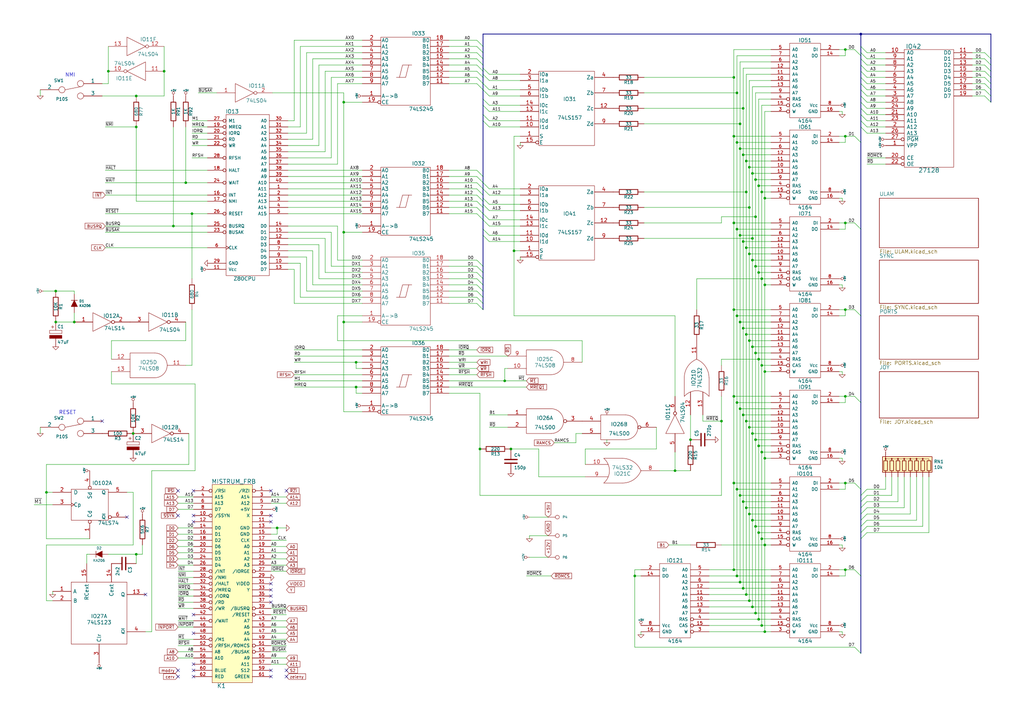
<source format=kicad_sch>
(kicad_sch (version 20211123) (generator eeschema)
  (paper "A3")
  (title_block (title "Mistrum Home Computer") (date "11 mar 2012") (rev "1.0") (company "CASSONIC s.r.o."))
  (junction (at 312.42 114.3))
  (junction (at 309.88 215.9))
  (junction (at 312.42 220.98))
  (junction (at 302.26 93.98))
  (junction (at 311.15 218.44))
  (junction (at 302.26 200.66))
  (junction (at 303.53 203.2))
  (junction (at 303.53 50.8))
  (junction (at 19.05 201.93))
  (junction (at 307.34 104.14))
  (junction (at 313.69 152.4))
  (junction (at 346.71 233.68))
  (junction (at 54.61 177.8))
  (junction (at 307.34 139.7))
  (junction (at 304.8 205.74))
  (junction (at 146.05 158.75))
  (junction (at 55.88 39.37))
  (junction (at 346.71 91.44))
  (junction (at 71.12 92.71))
  (junction (at 311.15 76.2))
  (junction (at 67.31 29.21))
  (junction (at 209.55 184.15))
  (junction (at 22.86 119.38))
  (junction (at 76.2 74.93))
  (junction (at 306.07 208.28))
  (junction (at 306.07 66.04))
  (junction (at 308.61 106.68))
  (junction (at 313.69 259.08))
  (junction (at 283.21 180.34))
  (junction (at 304.8 170.18))
  (junction (at 307.34 246.38))
  (junction (at 312.42 78.74))
  (junction (at 22.86 132.08))
  (junction (at 304.8 134.62))
  (junction (at 309.88 251.46))
  (junction (at 308.61 142.24))
  (junction (at 113.665 216.535))
  (junction (at 306.07 243.84))
  (junction (at 55.88 52.07))
  (junction (at 312.42 185.42))
  (junction (at 303.53 167.64))
  (junction (at 308.61 71.12))
  (junction (at 146.05 148.59))
  (junction (at 307.34 85.09))
  (junction (at 309.88 109.22))
  (junction (at 300.99 127))
  (junction (at 295.91 172.72))
  (junction (at 304.8 44.45))
  (junction (at 313.69 187.96))
  (junction (at 300.99 233.68))
  (junction (at 312.42 149.86))
  (junction (at 196.85 184.15))
  (junction (at 346.71 20.32))
  (junction (at 353.06 13.97))
  (junction (at 260.35 236.22))
  (junction (at 207.01 156.21))
  (junction (at 346.71 127))
  (junction (at 300.99 198.12))
  (junction (at 311.15 182.88))
  (junction (at 78.74 87.63))
  (junction (at 312.42 256.54))
  (junction (at 300.99 55.88))
  (junction (at 302.26 38.1))
  (junction (at 302.26 165.1))
  (junction (at 30.48 132.08))
  (junction (at 55.88 227.33))
  (junction (at 308.61 177.8))
  (junction (at 306.07 137.16))
  (junction (at 346.71 198.12))
  (junction (at 302.26 58.42))
  (junction (at 313.69 116.84))
  (junction (at 307.34 175.26))
  (junction (at 300.99 91.44))
  (junction (at 303.53 238.76))
  (junction (at 304.8 99.06))
  (junction (at 303.53 60.96))
  (junction (at 44.45 29.21))
  (junction (at 302.26 236.22))
  (junction (at 307.34 210.82))
  (junction (at 306.07 101.6))
  (junction (at 306.07 78.74))
  (junction (at 140.97 41.91))
  (junction (at 311.15 147.32))
  (junction (at 311.15 254))
  (junction (at 302.26 129.54))
  (junction (at 308.61 248.92))
  (junction (at 304.8 241.3))
  (junction (at 307.34 68.58))
  (junction (at 140.97 95.25))
  (junction (at 140.97 132.08))
  (junction (at 346.71 162.56))
  (junction (at 309.88 88.9))
  (junction (at 276.86 193.04))
  (junction (at 210.82 102.87))
  (junction (at 309.88 144.78))
  (junction (at 313.69 223.52))
  (junction (at 303.53 96.52))
  (junction (at 306.07 172.72))
  (junction (at 346.71 55.88))
  (junction (at 311.15 111.76))
  (junction (at 300.99 162.56))
  (junction (at 313.69 81.28))
  (junction (at 304.8 63.5))
  (junction (at 300.99 31.75))
  (junction (at 309.88 73.66))
  (junction (at 303.53 132.08))
  (junction (at 308.61 97.79))
  (junction (at 308.61 213.36))
  (junction (at 309.88 180.34))
  (no_connect (at 79.375 211.455))
  (no_connect (at 79.375 252.095))
  (no_connect (at 52.07 212.09))
  (no_connect (at 117.475 277.495))
  (no_connect (at 79.375 259.715))
  (no_connect (at 79.375 213.995))
  (no_connect (at 111.125 277.495))
  (no_connect (at 111.125 211.455))
  (no_connect (at 79.375 272.415))
  (no_connect (at 59.69 243.84))
  (no_connect (at 111.125 213.995))
  (no_connect (at 79.375 274.955))
  (no_connect (at 79.375 277.495))
  (no_connect (at 111.125 244.475))
  (no_connect (at 73.025 277.495))
  (no_connect (at 111.125 239.395))
  (no_connect (at 111.125 241.935))
  (no_connect (at 79.375 201.295))
  (no_connect (at 73.025 274.955))
  (no_connect (at 117.475 201.295))
  (no_connect (at 73.025 201.295))
  (no_connect (at 111.125 247.015))
  (no_connect (at 111.125 274.955))
  (no_connect (at 111.125 201.295))
  (no_connect (at 41.91 172.72))
  (no_connect (at 73.025 211.455))
  (no_connect (at 117.475 274.955))
  (bus_entry (at 198.12 87.63) (size 2.54 2.54))
  (bus_entry (at 350.52 20.32) (size 2.54 2.54))
  (bus_entry (at 403.86 34.29) (size 2.54 2.54))
  (bus_entry (at 350.52 233.68) (size 2.54 2.54))
  (bus_entry (at 198.12 83.82) (size 2.54 2.54))
  (bus_entry (at 198.12 30.48) (size 2.54 2.54))
  (bus_entry (at 353.06 218.44) (size 2.54 -2.54))
  (bus_entry (at 353.06 21.59) (size 2.54 2.54))
  (bus_entry (at 198.12 46.99) (size 2.54 2.54))
  (bus_entry (at 195.58 16.51) (size 2.54 2.54))
  (bus_entry (at 195.58 26.67) (size 2.54 2.54))
  (bus_entry (at 353.06 210.82) (size 2.54 -2.54))
  (bus_entry (at 353.06 39.37) (size 2.54 2.54))
  (bus_entry (at 198.12 77.47) (size 2.54 2.54))
  (bus_entry (at 198.12 34.29) (size 2.54 2.54))
  (bus_entry (at 198.12 43.18) (size 2.54 2.54))
  (bus_entry (at 195.58 114.3) (size 2.54 2.54))
  (bus_entry (at 198.12 96.52) (size 2.54 2.54))
  (bus_entry (at 350.52 162.56) (size 2.54 2.54))
  (bus_entry (at 403.86 21.59) (size 2.54 2.54))
  (bus_entry (at 195.58 77.47) (size 2.54 2.54))
  (bus_entry (at 195.58 24.13) (size 2.54 2.54))
  (bus_entry (at 403.86 29.21) (size 2.54 2.54))
  (bus_entry (at 195.58 72.39) (size 2.54 2.54))
  (bus_entry (at 353.06 52.07) (size 2.54 2.54))
  (bus_entry (at 353.06 49.53) (size 2.54 2.54))
  (bus_entry (at 198.12 49.53) (size 2.54 2.54))
  (bus_entry (at 353.06 19.05) (size 2.54 2.54))
  (bus_entry (at 353.06 220.98) (size 2.54 -2.54))
  (bus_entry (at 403.86 39.37) (size 2.54 2.54))
  (bus_entry (at 353.06 36.83) (size 2.54 2.54))
  (bus_entry (at 195.58 124.46) (size 2.54 2.54))
  (bus_entry (at 195.58 106.68) (size 2.54 2.54))
  (bus_entry (at 198.12 40.64) (size 2.54 2.54))
  (bus_entry (at 195.58 80.01) (size 2.54 2.54))
  (bus_entry (at 195.58 87.63) (size 2.54 2.54))
  (bus_entry (at 198.12 93.98) (size 2.54 2.54))
  (bus_entry (at 353.06 41.91) (size 2.54 2.54))
  (bus_entry (at 195.58 116.84) (size 2.54 2.54))
  (bus_entry (at 403.86 26.67) (size 2.54 2.54))
  (bus_entry (at 353.06 205.74) (size 2.54 -2.54))
  (bus_entry (at 195.58 31.75) (size 2.54 2.54))
  (bus_entry (at 198.12 27.94) (size 2.54 2.54))
  (bus_entry (at 353.06 203.2) (size 2.54 -2.54))
  (bus_entry (at 198.12 36.83) (size 2.54 2.54))
  (bus_entry (at 350.52 198.12) (size 2.54 2.54))
  (bus_entry (at 350.52 127) (size 2.54 2.54))
  (bus_entry (at 195.58 111.76) (size 2.54 2.54))
  (bus_entry (at 350.52 91.44) (size 2.54 2.54))
  (bus_entry (at 195.58 82.55) (size 2.54 2.54))
  (bus_entry (at 403.86 31.75) (size 2.54 2.54))
  (bus_entry (at 403.86 36.83) (size 2.54 2.54))
  (bus_entry (at 195.58 119.38) (size 2.54 2.54))
  (bus_entry (at 353.06 215.9) (size 2.54 -2.54))
  (bus_entry (at 353.06 26.67) (size 2.54 2.54))
  (bus_entry (at 350.52 265.43) (size 2.54 2.54))
  (bus_entry (at 353.06 46.99) (size 2.54 2.54))
  (bus_entry (at 195.58 29.21) (size 2.54 2.54))
  (bus_entry (at 353.06 208.28) (size 2.54 -2.54))
  (bus_entry (at 195.58 109.22) (size 2.54 2.54))
  (bus_entry (at 353.06 213.36) (size 2.54 -2.54))
  (bus_entry (at 195.58 21.59) (size 2.54 2.54))
  (bus_entry (at 195.58 121.92) (size 2.54 2.54))
  (bus_entry (at 195.58 34.29) (size 2.54 2.54))
  (bus_entry (at 195.58 85.09) (size 2.54 2.54))
  (bus_entry (at 403.86 24.13) (size 2.54 2.54))
  (bus_entry (at 195.58 69.85) (size 2.54 2.54))
  (bus_entry (at 198.12 90.17) (size 2.54 2.54))
  (bus_entry (at 353.06 29.21) (size 2.54 2.54))
  (bus_entry (at 353.06 24.13) (size 2.54 2.54))
  (bus_entry (at 198.12 81.28) (size 2.54 2.54))
  (bus_entry (at 353.06 31.75) (size 2.54 2.54))
  (bus_entry (at 198.12 74.93) (size 2.54 2.54))
  (bus_entry (at 350.52 55.88) (size 2.54 2.54))
  (bus_entry (at 195.58 74.93) (size 2.54 2.54))
  (bus_entry (at 195.58 19.05) (size 2.54 2.54))
  (bus_entry (at 353.06 44.45) (size 2.54 2.54))
  (bus_entry (at 353.06 34.29) (size 2.54 2.54))
  (wire (pts (xy 73.025 267.335) (xy 79.375 267.335)))
  (wire (pts (xy 184.15 69.85) (xy 195.58 69.85)))
  (wire (pts (xy 300.99 162.56) (xy 300.99 127)))
  (wire (pts (xy 302.26 22.86) (xy 316.23 22.86)))
  (wire (pts (xy 264.16 50.8) (xy 303.53 50.8)))
  (wire (pts (xy 344.17 223.52) (xy 345.44 223.52)))
  (wire (pts (xy 316.23 215.9) (xy 309.88 215.9)))
  (wire (pts (xy 300.99 55.88) (xy 316.23 55.88)))
  (wire (pts (xy 308.61 142.24) (xy 316.23 142.24)))
  (bus (pts (xy 198.12 72.39) (xy 198.12 74.93)))
  (bus (pts (xy 353.06 24.13) (xy 353.06 26.67)))
  (wire (pts (xy 309.88 144.78) (xy 309.88 109.22)))
  (wire (pts (xy 309.88 144.78) (xy 316.23 144.78)))
  (wire (pts (xy 309.88 38.1) (xy 316.23 38.1)))
  (wire (pts (xy 302.26 236.22) (xy 302.26 200.66)))
  (wire (pts (xy 79.375 216.535) (xy 73.025 216.535)))
  (wire (pts (xy 306.07 137.16) (xy 316.23 137.16)))
  (wire (pts (xy 184.15 16.51) (xy 195.58 16.51)))
  (wire (pts (xy 308.61 35.56) (xy 308.61 71.12)))
  (wire (pts (xy 140.97 95.25) (xy 140.97 132.08)))
  (wire (pts (xy 146.05 161.29) (xy 146.05 158.75)))
  (wire (pts (xy 210.82 102.87) (xy 210.82 55.88)))
  (wire (pts (xy 398.78 26.67) (xy 403.86 26.67)))
  (wire (pts (xy 313.69 259.08) (xy 316.23 259.08)))
  (wire (pts (xy 288.29 172.72) (xy 295.91 172.72)))
  (wire (pts (xy 73.025 231.775) (xy 79.375 231.775)))
  (wire (pts (xy 346.71 165.1) (xy 346.71 162.56)))
  (wire (pts (xy 311.15 76.2) (xy 311.15 111.76)))
  (wire (pts (xy 85.09 52.07) (xy 78.74 52.07)))
  (bus (pts (xy 353.06 36.83) (xy 353.06 39.37)))
  (wire (pts (xy 306.07 243.84) (xy 316.23 243.84)))
  (wire (pts (xy 262.89 259.08) (xy 262.89 260.35)))
  (wire (pts (xy 307.34 139.7) (xy 307.34 104.14)))
  (wire (pts (xy 118.11 74.93) (xy 148.59 74.93)))
  (wire (pts (xy 118.11 67.31) (xy 138.43 67.31)))
  (bus (pts (xy 198.12 74.93) (xy 198.12 77.47)))
  (wire (pts (xy 79.375 247.015) (xy 73.025 247.015)))
  (wire (pts (xy 79.375 236.855) (xy 73.025 236.855)))
  (wire (pts (xy 19.05 201.93) (xy 19.05 190.5)))
  (wire (pts (xy 148.59 95.25) (xy 140.97 95.25)))
  (wire (pts (xy 355.6 52.07) (xy 363.22 52.07)))
  (wire (pts (xy 16.51 36.83) (xy 16.51 39.37)))
  (bus (pts (xy 353.06 200.66) (xy 353.06 203.2)))
  (wire (pts (xy 307.34 246.38) (xy 290.83 246.38)))
  (wire (pts (xy 113.665 216.535) (xy 113.665 219.075)))
  (wire (pts (xy 355.6 208.28) (xy 370.84 208.28)))
  (bus (pts (xy 198.12 30.48) (xy 198.12 31.75)))
  (wire (pts (xy 312.42 256.54) (xy 312.42 220.98)))
  (wire (pts (xy 308.61 142.24) (xy 308.61 177.8)))
  (wire (pts (xy 304.8 99.06) (xy 304.8 63.5)))
  (wire (pts (xy 316.23 251.46) (xy 309.88 251.46)))
  (wire (pts (xy 111.125 252.095) (xy 117.475 252.095)))
  (wire (pts (xy 133.35 97.79) (xy 133.35 111.76)))
  (wire (pts (xy 345.44 223.52) (xy 345.44 224.79)))
  (wire (pts (xy 304.8 205.74) (xy 316.23 205.74)))
  (wire (pts (xy 308.61 71.12) (xy 308.61 97.79)))
  (wire (pts (xy 248.92 180.34) (xy 248.92 181.61)))
  (wire (pts (xy 195.58 124.46) (xy 184.15 124.46)))
  (wire (pts (xy 355.6 46.99) (xy 363.22 46.99)))
  (wire (pts (xy 118.11 62.23) (xy 133.35 62.23)))
  (wire (pts (xy 123.19 107.95) (xy 123.19 121.92)))
  (wire (pts (xy 62.23 193.04) (xy 80.01 193.04)))
  (wire (pts (xy 76.2 74.93) (xy 43.18 74.93)))
  (wire (pts (xy 148.59 21.59) (xy 125.73 21.59)))
  (wire (pts (xy 312.42 185.42) (xy 312.42 149.86)))
  (wire (pts (xy 345.44 118.11) (xy 345.44 116.84)))
  (wire (pts (xy 76.2 52.07) (xy 76.2 74.93)))
  (wire (pts (xy 316.23 241.3) (xy 304.8 241.3)))
  (wire (pts (xy 344.17 259.08) (xy 345.44 259.08)))
  (wire (pts (xy 44.45 19.05) (xy 44.45 29.21)))
  (wire (pts (xy 344.17 91.44) (xy 346.71 91.44)))
  (wire (pts (xy 303.53 96.52) (xy 303.53 60.96)))
  (wire (pts (xy 346.71 55.88) (xy 350.52 55.88)))
  (wire (pts (xy 365.76 203.2) (xy 365.76 195.58)))
  (bus (pts (xy 198.12 90.17) (xy 198.12 93.98)))
  (wire (pts (xy 363.22 49.53) (xy 355.6 49.53)))
  (wire (pts (xy 36.83 227.33) (xy 35.56 227.33)))
  (wire (pts (xy 79.375 219.075) (xy 73.025 219.075)))
  (wire (pts (xy 304.8 134.62) (xy 316.23 134.62)))
  (bus (pts (xy 198.12 124.46) (xy 198.12 127)))
  (wire (pts (xy 276.86 129.54) (xy 210.82 129.54)))
  (bus (pts (xy 353.06 13.97) (xy 406.4 13.97)))
  (wire (pts (xy 355.6 210.82) (xy 373.38 210.82)))
  (wire (pts (xy 138.43 92.71) (xy 138.43 106.68)))
  (wire (pts (xy 125.73 54.61) (xy 118.11 54.61)))
  (bus (pts (xy 198.12 26.67) (xy 198.12 27.94)))
  (wire (pts (xy 148.59 153.67) (xy 120.65 153.67)))
  (wire (pts (xy 146.05 151.13) (xy 148.59 151.13)))
  (bus (pts (xy 198.12 36.83) (xy 198.12 40.64)))
  (wire (pts (xy 213.36 39.37) (xy 200.66 39.37)))
  (bus (pts (xy 353.06 208.28) (xy 353.06 210.82)))
  (wire (pts (xy 309.88 180.34) (xy 309.88 144.78)))
  (wire (pts (xy 30.48 119.38) (xy 30.48 120.65)))
  (wire (pts (xy 304.8 241.3) (xy 304.8 205.74)))
  (wire (pts (xy 117.475 226.695) (xy 111.125 226.695)))
  (wire (pts (xy 55.88 231.14) (xy 55.88 227.33)))
  (wire (pts (xy 307.34 175.26) (xy 307.34 139.7)))
  (wire (pts (xy 41.91 39.37) (xy 55.88 39.37)))
  (wire (pts (xy 30.48 128.27) (xy 30.48 132.08)))
  (wire (pts (xy 309.88 251.46) (xy 290.83 251.46)))
  (wire (pts (xy 140.97 38.1) (xy 140.97 41.91)))
  (wire (pts (xy 146.05 158.75) (xy 120.65 158.75)))
  (wire (pts (xy 55.88 227.33) (xy 58.42 227.33)))
  (bus (pts (xy 198.12 49.53) (xy 198.12 72.39)))
  (bus (pts (xy 353.06 236.22) (xy 353.06 267.97)))
  (wire (pts (xy 345.44 259.08) (xy 345.44 260.35)))
  (bus (pts (xy 198.12 114.3) (xy 198.12 116.84)))
  (wire (pts (xy 363.22 29.21) (xy 355.6 29.21)))
  (wire (pts (xy 19.05 246.38) (xy 21.59 246.38)))
  (wire (pts (xy 311.15 147.32) (xy 295.91 147.32)))
  (wire (pts (xy 78.74 149.86) (xy 78.74 127)))
  (wire (pts (xy 133.35 111.76) (xy 148.59 111.76)))
  (wire (pts (xy 85.09 49.53) (xy 78.74 49.53)))
  (wire (pts (xy 111.125 221.615) (xy 117.475 221.615)))
  (wire (pts (xy 213.36 33.02) (xy 200.66 33.02)))
  (wire (pts (xy 71.12 52.07) (xy 71.12 92.71)))
  (wire (pts (xy 184.15 72.39) (xy 195.58 72.39)))
  (bus (pts (xy 353.06 41.91) (xy 353.06 44.45)))
  (wire (pts (xy 78.74 87.63) (xy 43.18 87.63)))
  (wire (pts (xy 316.23 246.38) (xy 307.34 246.38)))
  (wire (pts (xy 316.23 45.72) (xy 313.69 45.72)))
  (wire (pts (xy 128.27 102.87) (xy 128.27 116.84)))
  (wire (pts (xy 309.88 73.66) (xy 309.88 38.1)))
  (bus (pts (xy 353.06 203.2) (xy 353.06 205.74)))
  (wire (pts (xy 344.17 152.4) (xy 345.44 152.4)))
  (wire (pts (xy 276.86 162.56) (xy 276.86 129.54)))
  (wire (pts (xy 313.69 116.84) (xy 316.23 116.84)))
  (wire (pts (xy 184.15 146.05) (xy 208.28 146.05)))
  (wire (pts (xy 363.22 64.77) (xy 355.6 64.77)))
  (wire (pts (xy 375.92 213.36) (xy 375.92 195.58)))
  (bus (pts (xy 406.4 24.13) (xy 406.4 26.67)))
  (wire (pts (xy 283.21 170.18) (xy 283.21 180.34)))
  (wire (pts (xy 316.23 256.54) (xy 312.42 256.54)))
  (wire (pts (xy 19.05 190.5) (xy 77.47 190.5)))
  (wire (pts (xy 73.025 226.695) (xy 79.375 226.695)))
  (wire (pts (xy 238.76 139.7) (xy 238.76 148.59)))
  (wire (pts (xy 184.15 121.92) (xy 195.58 121.92)))
  (wire (pts (xy 346.71 22.86) (xy 346.71 20.32)))
  (wire (pts (xy 300.99 127) (xy 300.99 91.44)))
  (wire (pts (xy 58.42 227.33) (xy 58.42 223.52)))
  (wire (pts (xy 307.34 85.09) (xy 307.34 68.58)))
  (wire (pts (xy 79.375 254.635) (xy 73.025 254.635)))
  (wire (pts (xy 123.19 52.07) (xy 123.19 19.05)))
  (wire (pts (xy 260.35 233.68) (xy 260.35 236.22)))
  (wire (pts (xy 44.45 34.29) (xy 41.91 34.29)))
  (bus (pts (xy 353.06 213.36) (xy 353.06 215.9)))
  (wire (pts (xy 303.53 132.08) (xy 303.53 96.52)))
  (wire (pts (xy 217.17 219.71) (xy 217.17 220.98)))
  (wire (pts (xy 236.22 177.8) (xy 238.76 177.8)))
  (wire (pts (xy 213.36 43.18) (xy 200.66 43.18)))
  (wire (pts (xy 210.82 55.88) (xy 213.36 55.88)))
  (wire (pts (xy 184.15 77.47) (xy 195.58 77.47)))
  (wire (pts (xy 215.9 156.21) (xy 207.01 156.21)))
  (wire (pts (xy 344.17 236.22) (xy 346.71 236.22)))
  (wire (pts (xy 312.42 43.18) (xy 316.23 43.18)))
  (wire (pts (xy 120.65 16.51) (xy 120.65 49.53)))
  (wire (pts (xy 344.17 55.88) (xy 346.71 55.88)))
  (wire (pts (xy 118.11 82.55) (xy 148.59 82.55)))
  (wire (pts (xy 316.23 71.12) (xy 308.61 71.12)))
  (bus (pts (xy 406.4 39.37) (xy 406.4 41.91)))
  (wire (pts (xy 346.71 129.54) (xy 346.71 127)))
  (wire (pts (xy 213.36 86.36) (xy 200.66 86.36)))
  (wire (pts (xy 67.31 29.21) (xy 67.31 19.05)))
  (wire (pts (xy 224.79 219.71) (xy 217.17 219.71)))
  (wire (pts (xy 344.17 45.72) (xy 345.44 45.72)))
  (wire (pts (xy 130.81 114.3) (xy 130.81 100.33)))
  (wire (pts (xy 316.23 147.32) (xy 311.15 147.32)))
  (bus (pts (xy 353.06 129.54) (xy 353.06 165.1)))
  (bus (pts (xy 353.06 46.99) (xy 353.06 49.53)))
  (wire (pts (xy 19.05 220.98) (xy 19.05 201.93)))
  (bus (pts (xy 198.12 119.38) (xy 198.12 121.92)))
  (wire (pts (xy 125.73 105.41) (xy 118.11 105.41)))
  (wire (pts (xy 85.09 69.85) (xy 43.18 69.85)))
  (wire (pts (xy 262.89 236.22) (xy 260.35 236.22)))
  (wire (pts (xy 270.51 193.04) (xy 276.86 193.04)))
  (wire (pts (xy 148.59 168.91) (xy 140.97 168.91)))
  (wire (pts (xy 138.43 106.68) (xy 148.59 106.68)))
  (bus (pts (xy 198.12 21.59) (xy 198.12 24.13)))
  (wire (pts (xy 80.01 157.48) (xy 45.72 157.48)))
  (bus (pts (xy 198.12 24.13) (xy 198.12 26.67)))
  (wire (pts (xy 308.61 213.36) (xy 316.23 213.36)))
  (wire (pts (xy 309.88 88.9) (xy 295.91 88.9)))
  (wire (pts (xy 302.26 165.1) (xy 302.26 129.54)))
  (wire (pts (xy 307.34 104.14) (xy 307.34 85.09)))
  (wire (pts (xy 304.8 99.06) (xy 316.23 99.06)))
  (wire (pts (xy 303.53 25.4) (xy 316.23 25.4)))
  (wire (pts (xy 290.83 233.68) (xy 300.99 233.68)))
  (wire (pts (xy 79.375 206.375) (xy 73.025 206.375)))
  (wire (pts (xy 140.97 41.91) (xy 140.97 95.25)))
  (wire (pts (xy 79.375 239.395) (xy 73.025 239.395)))
  (wire (pts (xy 304.8 27.94) (xy 316.23 27.94)))
  (bus (pts (xy 353.06 19.05) (xy 353.06 21.59)))
  (wire (pts (xy 138.43 67.31) (xy 138.43 34.29)))
  (wire (pts (xy 312.42 78.74) (xy 312.42 43.18)))
  (wire (pts (xy 184.15 21.59) (xy 195.58 21.59)))
  (wire (pts (xy 184.15 80.01) (xy 195.58 80.01)))
  (wire (pts (xy 304.8 63.5) (xy 316.23 63.5)))
  (wire (pts (xy 213.36 96.52) (xy 200.66 96.52)))
  (wire (pts (xy 138.43 129.54) (xy 138.43 139.7)))
  (wire (pts (xy 304.8 134.62) (xy 304.8 99.06)))
  (wire (pts (xy 79.375 249.555) (xy 73.025 249.555)))
  (wire (pts (xy 306.07 137.16) (xy 306.07 101.6)))
  (wire (pts (xy 45.72 157.48) (xy 45.72 152.4)))
  (bus (pts (xy 406.4 29.21) (xy 406.4 31.75)))
  (bus (pts (xy 406.4 31.75) (xy 406.4 34.29)))
  (wire (pts (xy 290.83 259.08) (xy 313.69 259.08)))
  (wire (pts (xy 200.66 175.26) (xy 208.28 175.26)))
  (wire (pts (xy 316.23 236.22) (xy 302.26 236.22)))
  (bus (pts (xy 406.4 13.97) (xy 406.4 24.13)))
  (wire (pts (xy 300.99 233.68) (xy 300.99 198.12)))
  (bus (pts (xy 198.12 87.63) (xy 198.12 90.17)))
  (wire (pts (xy 111.125 224.155) (xy 117.475 224.155)))
  (wire (pts (xy 133.35 62.23) (xy 133.35 29.21)))
  (wire (pts (xy 117.475 216.535) (xy 113.665 216.535)))
  (wire (pts (xy 313.69 223.52) (xy 313.69 259.08)))
  (wire (pts (xy 308.61 213.36) (xy 308.61 248.92)))
  (wire (pts (xy 313.69 223.52) (xy 295.91 223.52)))
  (wire (pts (xy 312.42 220.98) (xy 312.42 185.42)))
  (wire (pts (xy 207.01 156.21) (xy 184.15 156.21)))
  (wire (pts (xy 184.15 24.13) (xy 195.58 24.13)))
  (wire (pts (xy 316.23 76.2) (xy 311.15 76.2)))
  (wire (pts (xy 118.11 97.79) (xy 133.35 97.79)))
  (wire (pts (xy 307.34 139.7) (xy 316.23 139.7)))
  (wire (pts (xy 140.97 132.08) (xy 140.97 168.91)))
  (wire (pts (xy 302.26 38.1) (xy 302.26 22.86)))
  (wire (pts (xy 148.59 158.75) (xy 146.05 158.75)))
  (wire (pts (xy 118.11 77.47) (xy 148.59 77.47)))
  (wire (pts (xy 345.44 45.72) (xy 345.44 46.99)))
  (bus (pts (xy 353.06 215.9) (xy 353.06 218.44)))
  (wire (pts (xy 304.8 44.45) (xy 264.16 44.45)))
  (wire (pts (xy 344.17 58.42) (xy 346.71 58.42)))
  (wire (pts (xy 71.12 92.71) (xy 85.09 92.71)))
  (wire (pts (xy 215.9 158.75) (xy 184.15 158.75)))
  (wire (pts (xy 306.07 78.74) (xy 264.16 78.74)))
  (wire (pts (xy 311.15 40.64) (xy 311.15 76.2)))
  (bus (pts (xy 353.06 44.45) (xy 353.06 46.99)))
  (wire (pts (xy 346.71 198.12) (xy 350.52 198.12)))
  (wire (pts (xy 307.34 68.58) (xy 307.34 33.02)))
  (wire (pts (xy 306.07 101.6) (xy 316.23 101.6)))
  (wire (pts (xy 302.26 129.54) (xy 316.23 129.54)))
  (wire (pts (xy 313.69 152.4) (xy 316.23 152.4)))
  (bus (pts (xy 406.4 26.67) (xy 406.4 29.21)))
  (wire (pts (xy 295.91 91.44) (xy 264.16 91.44)))
  (wire (pts (xy 85.09 64.77) (xy 78.74 64.77)))
  (wire (pts (xy 195.58 106.68) (xy 184.15 106.68)))
  (bus (pts (xy 198.12 93.98) (xy 198.12 96.52)))
  (wire (pts (xy 130.81 26.67) (xy 130.81 59.69)))
  (bus (pts (xy 198.12 111.76) (xy 198.12 114.3)))
  (wire (pts (xy 398.78 36.83) (xy 403.86 36.83)))
  (wire (pts (xy 311.15 218.44) (xy 316.23 218.44)))
  (wire (pts (xy 79.375 269.875) (xy 73.025 269.875)))
  (bus (pts (xy 353.06 165.1) (xy 353.06 200.66)))
  (wire (pts (xy 344.17 198.12) (xy 346.71 198.12)))
  (bus (pts (xy 353.06 34.29) (xy 353.06 36.83)))
  (wire (pts (xy 300.99 55.88) (xy 300.99 31.75)))
  (wire (pts (xy 227.33 181.61) (xy 236.22 181.61)))
  (wire (pts (xy 240.03 184.15) (xy 240.03 190.5)))
  (wire (pts (xy 303.53 60.96) (xy 316.23 60.96)))
  (wire (pts (xy 398.78 21.59) (xy 403.86 21.59)))
  (wire (pts (xy 45.72 139.7) (xy 76.2 139.7)))
  (wire (pts (xy 113.665 216.535) (xy 111.125 216.535)))
  (wire (pts (xy 304.8 170.18) (xy 316.23 170.18)))
  (wire (pts (xy 59.69 259.08) (xy 62.23 259.08)))
  (wire (pts (xy 184.15 19.05) (xy 195.58 19.05)))
  (bus (pts (xy 198.12 116.84) (xy 198.12 119.38)))
  (wire (pts (xy 184.15 34.29) (xy 195.58 34.29)))
  (bus (pts (xy 198.12 46.99) (xy 198.12 49.53)))
  (wire (pts (xy 111.125 234.315) (xy 117.475 234.315)))
  (wire (pts (xy 363.22 44.45) (xy 355.6 44.45)))
  (wire (pts (xy 344.17 127) (xy 346.71 127)))
  (wire (pts (xy 184.15 151.13) (xy 195.58 151.13)))
  (wire (pts (xy 213.36 80.01) (xy 200.66 80.01)))
  (wire (pts (xy 184.15 153.67) (xy 195.58 153.67)))
  (wire (pts (xy 118.11 107.95) (xy 123.19 107.95)))
  (wire (pts (xy 344.17 22.86) (xy 346.71 22.86)))
  (wire (pts (xy 313.69 45.72) (xy 313.69 81.28)))
  (wire (pts (xy 123.19 121.92) (xy 148.59 121.92)))
  (wire (pts (xy 373.38 210.82) (xy 373.38 195.58)))
  (wire (pts (xy 295.91 88.9) (xy 295.91 91.44)))
  (wire (pts (xy 363.22 67.31) (xy 355.6 67.31)))
  (wire (pts (xy 304.8 170.18) (xy 304.8 134.62)))
  (wire (pts (xy 85.09 101.6) (xy 43.18 101.6)))
  (wire (pts (xy 213.36 77.47) (xy 200.66 77.47)))
  (wire (pts (xy 125.73 119.38) (xy 125.73 105.41)))
  (wire (pts (xy 344.17 200.66) (xy 346.71 200.66)))
  (wire (pts (xy 260.35 265.43) (xy 350.52 265.43)))
  (wire (pts (xy 44.45 227.33) (xy 55.88 227.33)))
  (wire (pts (xy 148.59 148.59) (xy 146.05 148.59)))
  (wire (pts (xy 85.09 59.69) (xy 78.74 59.69)))
  (bus (pts (xy 198.12 13.97) (xy 198.12 19.05)))
  (bus (pts (xy 406.4 34.29) (xy 406.4 36.83)))
  (wire (pts (xy 403.86 29.21) (xy 398.78 29.21)))
  (wire (pts (xy 346.71 91.44) (xy 350.52 91.44)))
  (wire (pts (xy 295.91 172.72) (xy 295.91 162.56)))
  (wire (pts (xy 290.83 243.84) (xy 306.07 243.84)))
  (wire (pts (xy 306.07 172.72) (xy 306.07 137.16)))
  (wire (pts (xy 196.85 203.2) (xy 196.85 184.15)))
  (wire (pts (xy 120.65 124.46) (xy 120.65 110.49)))
  (bus (pts (xy 198.12 34.29) (xy 198.12 36.83)))
  (wire (pts (xy 306.07 78.74) (xy 306.07 66.04)))
  (bus (pts (xy 198.12 43.18) (xy 198.12 46.99)))
  (wire (pts (xy 344.17 233.68) (xy 346.71 233.68)))
  (wire (pts (xy 285.75 114.3) (xy 312.42 114.3)))
  (wire (pts (xy 128.27 57.15) (xy 128.27 24.13)))
  (wire (pts (xy 312.42 185.42) (xy 316.23 185.42)))
  (wire (pts (xy 21.59 201.93) (xy 19.05 201.93)))
  (wire (pts (xy 111.125 206.375) (xy 117.475 206.375)))
  (wire (pts (xy 196.85 203.2) (xy 295.91 203.2)))
  (wire (pts (xy 345.44 189.23) (xy 345.44 187.96)))
  (wire (pts (xy 308.61 177.8) (xy 308.61 213.36)))
  (wire (pts (xy 309.88 251.46) (xy 309.88 215.9)))
  (wire (pts (xy 55.88 82.55) (xy 55.88 52.07)))
  (wire (pts (xy 306.07 101.6) (xy 306.07 78.74)))
  (wire (pts (xy 381 195.58) (xy 381 218.44)))
  (wire (pts (xy 184.15 74.93) (xy 195.58 74.93)))
  (wire (pts (xy 344.17 129.54) (xy 346.71 129.54)))
  (wire (pts (xy 303.53 60.96) (xy 303.53 50.8)))
  (wire (pts (xy 67.31 39.37) (xy 67.31 29.21)))
  (wire (pts (xy 378.46 215.9) (xy 378.46 195.58)))
  (wire (pts (xy 213.36 49.53) (xy 200.66 49.53)))
  (wire (pts (xy 213.36 105.41) (xy 213.36 106.68)))
  (wire (pts (xy 355.6 205.74) (xy 368.3 205.74)))
  (bus (pts (xy 198.12 27.94) (xy 198.12 29.21)))
  (bus (pts (xy 353.06 210.82) (xy 353.06 213.36)))
  (wire (pts (xy 312.42 149.86) (xy 316.23 149.86)))
  (wire (pts (xy 316.23 40.64) (xy 311.15 40.64)))
  (bus (pts (xy 353.06 39.37) (xy 353.06 41.91)))
  (wire (pts (xy 184.15 31.75) (xy 195.58 31.75)))
  (bus (pts (xy 353.06 218.44) (xy 353.06 220.98)))
  (wire (pts (xy 76.2 149.86) (xy 78.74 149.86)))
  (wire (pts (xy 306.07 208.28) (xy 306.07 172.72)))
  (wire (pts (xy 300.99 91.44) (xy 316.23 91.44)))
  (wire (pts (xy 79.375 241.935) (xy 73.025 241.935)))
  (wire (pts (xy 117.475 231.775) (xy 111.125 231.775)))
  (wire (pts (xy 224.79 212.09) (xy 217.17 212.09)))
  (wire (pts (xy 304.8 205.74) (xy 304.8 170.18)))
  (wire (pts (xy 403.86 39.37) (xy 398.78 39.37)))
  (wire (pts (xy 264.16 38.1) (xy 302.26 38.1)))
  (wire (pts (xy 290.83 248.92) (xy 308.61 248.92)))
  (wire (pts (xy 309.88 180.34) (xy 316.23 180.34)))
  (wire (pts (xy 355.6 36.83) (xy 363.22 36.83)))
  (wire (pts (xy 307.34 33.02) (xy 316.23 33.02)))
  (wire (pts (xy 307.34 246.38) (xy 307.34 210.82)))
  (wire (pts (xy 269.24 175.26) (xy 269.24 184.15)))
  (wire (pts (xy 344.17 162.56) (xy 346.71 162.56)))
  (wire (pts (xy 300.99 31.75) (xy 300.99 20.32)))
  (wire (pts (xy 290.83 254) (xy 311.15 254)))
  (wire (pts (xy 184.15 82.55) (xy 195.58 82.55)))
  (wire (pts (xy 300.99 198.12) (xy 300.99 162.56)))
  (bus (pts (xy 353.06 58.42) (xy 353.06 93.98)))
  (wire (pts (xy 303.53 167.64) (xy 303.53 132.08)))
  (wire (pts (xy 307.34 104.14) (xy 316.23 104.14)))
  (wire (pts (xy 213.36 102.87) (xy 210.82 102.87)))
  (wire (pts (xy 62.23 259.08) (xy 62.23 193.04)))
  (wire (pts (xy 120.65 49.53) (xy 118.11 49.53)))
  (wire (pts (xy 302.26 200.66) (xy 302.26 165.1)))
  (wire (pts (xy 148.59 129.54) (xy 138.43 129.54)))
  (bus (pts (xy 198.12 83.82) (xy 198.12 85.09)))
  (bus (pts (xy 198.12 19.05) (xy 198.12 21.59)))
  (wire (pts (xy 117.475 269.875) (xy 111.125 269.875)))
  (wire (pts (xy 184.15 148.59) (xy 195.58 148.59)))
  (wire (pts (xy 52.07 201.93) (xy 54.61 201.93)))
  (wire (pts (xy 300.99 127) (xy 316.23 127)))
  (wire (pts (xy 344.17 93.98) (xy 346.71 93.98)))
  (wire (pts (xy 184.15 119.38) (xy 195.58 119.38)))
  (wire (pts (xy 240.03 195.58) (xy 220.98 195.58)))
  (wire (pts (xy 45.72 147.32) (xy 45.72 139.7)))
  (wire (pts (xy 363.22 39.37) (xy 355.6 39.37)))
  (wire (pts (xy 290.83 238.76) (xy 303.53 238.76)))
  (wire (pts (xy 316.23 35.56) (xy 308.61 35.56)))
  (bus (pts (xy 198.12 85.09) (xy 198.12 87.63)))
  (wire (pts (xy 312.42 149.86) (xy 312.42 114.3)))
  (wire (pts (xy 303.53 50.8) (xy 303.53 25.4)))
  (wire (pts (xy 302.26 236.22) (xy 290.83 236.22)))
  (wire (pts (xy 79.375 264.795) (xy 73.025 264.795)))
  (wire (pts (xy 300.99 233.68) (xy 316.23 233.68)))
  (wire (pts (xy 133.35 29.21) (xy 148.59 29.21)))
  (wire (pts (xy 311.15 147.32) (xy 311.15 182.88)))
  (bus (pts (xy 198.12 31.75) (xy 198.12 34.29)))
  (bus (pts (xy 198.12 82.55) (xy 198.12 83.82)))
  (bus (pts (xy 198.12 13.97) (xy 353.06 13.97)))
  (wire (pts (xy 148.59 119.38) (xy 125.73 119.38)))
  (wire (pts (xy 308.61 248.92) (xy 316.23 248.92)))
  (bus (pts (xy 198.12 80.01) (xy 198.12 81.28)))
  (wire (pts (xy 355.6 26.67) (xy 363.22 26.67)))
  (wire (pts (xy 54.61 223.52) (xy 19.05 223.52)))
  (wire (pts (xy 308.61 97.79) (xy 308.61 106.68)))
  (bus (pts (xy 353.06 31.75) (xy 353.06 34.29)))
  (wire (pts (xy 118.11 69.85) (xy 148.59 69.85)))
  (wire (pts (xy 309.88 109.22) (xy 309.88 88.9)))
  (wire (pts (xy 403.86 24.13) (xy 398.78 24.13)))
  (wire (pts (xy 344.17 165.1) (xy 346.71 165.1)))
  (wire (pts (xy 309.88 215.9) (xy 309.88 180.34)))
  (wire (pts (xy 355.6 215.9) (xy 378.46 215.9)))
  (wire (pts (xy 73.025 208.915) (xy 79.375 208.915)))
  (wire (pts (xy 77.47 190.5) (xy 77.47 177.8)))
  (wire (pts (xy 118.11 85.09) (xy 148.59 85.09)))
  (wire (pts (xy 306.07 66.04) (xy 306.07 30.48)))
  (wire (pts (xy 345.44 187.96) (xy 344.17 187.96)))
  (wire (pts (xy 213.36 58.42) (xy 213.36 59.69)))
  (wire (pts (xy 184.15 85.09) (xy 195.58 85.09)))
  (wire (pts (xy 184.15 109.22) (xy 195.58 109.22)))
  (wire (pts (xy 111.125 262.255) (xy 117.475 262.255)))
  (wire (pts (xy 117.475 259.715) (xy 111.125 259.715)))
  (wire (pts (xy 368.3 205.74) (xy 368.3 195.58)))
  (wire (pts (xy 307.34 85.09) (xy 264.16 85.09)))
  (wire (pts (xy 303.53 96.52) (xy 316.23 96.52)))
  (wire (pts (xy 303.53 203.2) (xy 316.23 203.2)))
  (wire (pts (xy 345.44 82.55) (xy 345.44 81.28)))
  (wire (pts (xy 207.01 156.21) (xy 207.01 151.13)))
  (wire (pts (xy 220.98 195.58) (xy 220.98 184.15)))
  (wire (pts (xy 184.15 29.21) (xy 195.58 29.21)))
  (wire (pts (xy 312.42 114.3) (xy 316.23 114.3)))
  (wire (pts (xy 363.22 34.29) (xy 355.6 34.29)))
  (wire (pts (xy 355.6 203.2) (xy 365.76 203.2)))
  (wire (pts (xy 308.61 177.8) (xy 316.23 177.8)))
  (wire (pts (xy 111.125 267.335) (xy 117.475 267.335)))
  (wire (pts (xy 312.42 78.74) (xy 316.23 78.74)))
  (bus (pts (xy 353.06 52.07) (xy 353.06 58.42)))
  (wire (pts (xy 346.71 93.98) (xy 346.71 91.44)))
  (wire (pts (xy 148.59 132.08) (xy 140.97 132.08)))
  (wire (pts (xy 207.01 151.13) (xy 208.28 151.13)))
  (wire (pts (xy 148.59 114.3) (xy 130.81 114.3)))
  (wire (pts (xy 213.36 92.71) (xy 200.66 92.71)))
  (wire (pts (xy 363.22 24.13) (xy 355.6 24.13)))
  (bus (pts (xy 198.12 29.21) (xy 198.12 30.48)))
  (wire (pts (xy 346.71 233.68) (xy 350.52 233.68)))
  (wire (pts (xy 269.24 184.15) (xy 240.03 184.15)))
  (wire (pts (xy 398.78 31.75) (xy 403.86 31.75)))
  (wire (pts (xy 302.26 93.98) (xy 316.23 93.98)))
  (wire (pts (xy 146.05 148.59) (xy 120.65 148.59)))
  (wire (pts (xy 213.36 36.83) (xy 200.66 36.83)))
  (wire (pts (xy 111.125 229.235) (xy 117.475 229.235)))
  (wire (pts (xy 311.15 218.44) (xy 311.15 254)))
  (wire (pts (xy 79.375 224.155) (xy 73.025 224.155)))
  (wire (pts (xy 128.27 116.84) (xy 148.59 116.84)))
  (wire (pts (xy 312.42 114.3) (xy 312.42 78.74)))
  (wire (pts (xy 355.6 31.75) (xy 363.22 31.75)))
  (wire (pts (xy 300.99 31.75) (xy 264.16 31.75)))
  (wire (pts (xy 85.09 54.61) (xy 78.74 54.61)))
  (wire (pts (xy 135.89 109.22) (xy 135.89 95.25)))
  (wire (pts (xy 16.51 175.26) (xy 16.51 177.8)))
  (wire (pts (xy 148.59 161.29) (xy 146.05 161.29)))
  (wire (pts (xy 276.86 185.42) (xy 276.86 193.04)))
  (wire (pts (xy 370.84 208.28) (xy 370.84 195.58)))
  (wire (pts (xy 79.375 229.235) (xy 73.025 229.235)))
  (wire (pts (xy 213.36 90.17) (xy 200.66 90.17)))
  (wire (pts (xy 224.79 228.6) (xy 217.17 228.6)))
  (wire (pts (xy 79.375 244.475) (xy 73.025 244.475)))
  (wire (pts (xy 113.665 219.075) (xy 111.125 219.075)))
  (wire (pts (xy 316.23 81.28) (xy 313.69 81.28)))
  (wire (pts (xy 346.71 127) (xy 350.52 127)))
  (wire (pts (xy 403.86 34.29) (xy 398.78 34.29)))
  (wire (pts (xy 43.18 92.71) (xy 71.12 92.71)))
  (bus (pts (xy 198.12 109.22) (xy 198.12 111.76)))
  (wire (pts (xy 302.26 129.54) (xy 302.26 93.98)))
  (wire (pts (xy 73.025 221.615) (xy 79.375 221.615)))
  (wire (pts (xy 302.26 58.42) (xy 316.23 58.42)))
  (wire (pts (xy 307.34 175.26) (xy 316.23 175.26)))
  (wire (pts (xy 184.15 114.3) (xy 195.58 114.3)))
  (wire (pts (xy 19.05 223.52) (xy 19.05 246.38)))
  (wire (pts (xy 118.11 102.87) (xy 128.27 102.87)))
  (wire (pts (xy 316.23 220.98) (xy 312.42 220.98)))
  (wire (pts (xy 117.475 203.835) (xy 111.125 203.835)))
  (wire (pts (xy 306.07 66.04) (xy 316.23 66.04)))
  (wire (pts (xy 311.15 111.76) (xy 316.23 111.76)))
  (wire (pts (xy 118.11 80.01) (xy 148.59 80.01)))
  (wire (pts (xy 148.59 109.22) (xy 135.89 109.22)))
  (wire (pts (xy 135.89 31.75) (xy 135.89 64.77)))
  (wire (pts (xy 21.59 242.57) (xy 21.59 243.84)))
  (wire (pts (xy 85.09 74.93) (xy 76.2 74.93)))
  (wire (pts (xy 22.86 119.38) (xy 17.78 119.38)))
  (wire (pts (xy 85.09 95.25) (xy 43.18 95.25)))
  (wire (pts (xy 363.22 54.61) (xy 355.6 54.61)))
  (wire (pts (xy 363.22 21.59) (xy 355.6 21.59)))
  (wire (pts (xy 215.9 236.22) (xy 226.06 236.22)))
  (wire (pts (xy 117.475 249.555) (xy 111.125 249.555)))
  (wire (pts (xy 22.86 132.08) (xy 30.48 132.08)))
  (wire (pts (xy 118.11 57.15) (xy 128.27 57.15)))
  (wire (pts (xy 302.26 165.1) (xy 316.23 165.1)))
  (wire (pts (xy 85.09 57.15) (xy 78.74 57.15)))
  (wire (pts (xy 304.8 63.5) (xy 304.8 44.45)))
  (wire (pts (xy 309.88 73.66) (xy 316.23 73.66)))
  (wire (pts (xy 36.83 220.98) (xy 19.05 220.98)))
  (wire (pts (xy 308.61 106.68) (xy 308.61 142.24)))
  (wire (pts (xy 311.15 111.76) (xy 311.15 147.32)))
  (wire (pts (xy 276.86 193.04) (xy 283.21 193.04)))
  (wire (pts (xy 140.97 38.1) (xy 111.76 38.1)))
  (wire (pts (xy 363.22 200.66) (xy 363.22 195.58)))
  (wire (pts (xy 146.05 148.59) (xy 146.05 151.13)))
  (wire (pts (xy 302.26 58.42) (xy 302.26 38.1)))
  (wire (pts (xy 213.36 99.06) (xy 200.66 99.06)))
  (wire (pts (xy 118.11 72.39) (xy 148.59 72.39)))
  (wire (pts (xy 345.44 116.84) (xy 344.17 116.84)))
  (wire (pts (xy 76.2 132.08) (xy 76.2 139.7)))
  (bus (pts (xy 353.06 26.67) (xy 353.06 29.21)))
  (wire (pts (xy 346.71 20.32) (xy 350.52 20.32)))
  (wire (pts (xy 111.125 264.795) (xy 117.475 264.795)))
  (wire (pts (xy 313.69 152.4) (xy 313.69 187.96)))
  (wire (pts (xy 148.59 26.67) (xy 130.81 26.67)))
  (wire (pts (xy 79.375 262.255) (xy 73.025 262.255)))
  (wire (pts (xy 306.07 243.84) (xy 306.07 208.28)))
  (wire (pts (xy 313.69 116.84) (xy 313.69 152.4)))
  (bus (pts (xy 353.06 49.53) (xy 353.06 52.07)))
  (wire (pts (xy 184.15 116.84) (xy 195.58 116.84)))
  (bus (pts (xy 406.4 36.83) (xy 406.4 39.37)))
  (wire (pts (xy 117.475 254.635) (xy 111.125 254.635)))
  (wire (pts (xy 313.69 81.28) (xy 313.69 116.84)))
  (wire (pts (xy 130.81 100.33) (xy 118.11 100.33)))
  (wire (pts (xy 213.36 45.72) (xy 200.66 45.72)))
  (wire (pts (xy 283.21 223.52) (xy 274.32 223.52)))
  (wire (pts (xy 148.59 16.51) (xy 120.65 16.51)))
  (wire (pts (xy 303.53 167.64) (xy 316.23 167.64)))
  (wire (pts (xy 35.56 227.33) (xy 35.56 231.14)))
  (bus (pts (xy 198.12 96.52) (xy 198.12 109.22)))
  (wire (pts (xy 118.11 92.71) (xy 138.43 92.71)))
  (wire (pts (xy 295.91 203.2) (xy 295.91 172.72)))
  (bus (pts (xy 198.12 121.92) (xy 198.12 124.46)))
  (wire (pts (xy 184.15 26.67) (xy 195.58 26.67)))
  (wire (pts (xy 80.01 193.04) (xy 80.01 157.48)))
  (bus (pts (xy 353.06 21.59) (xy 353.06 22.86)))
  (wire (pts (xy 55.88 52.07) (xy 43.18 52.07)))
  (wire (pts (xy 213.36 30.48) (xy 200.66 30.48)))
  (wire (pts (xy 260.35 236.22) (xy 260.35 265.43)))
  (wire (pts (xy 184.15 143.51) (xy 195.58 143.51)))
  (wire (pts (xy 311.15 254) (xy 316.23 254)))
  (wire (pts (xy 130.81 59.69) (xy 118.11 59.69)))
  (wire (pts (xy 303.53 238.76) (xy 316.23 238.76)))
  (wire (pts (xy 311.15 182.88) (xy 311.15 218.44)))
  (wire (pts (xy 300.99 20.32) (xy 316.23 20.32)))
  (wire (pts (xy 85.09 87.63) (xy 78.74 87.63)))
  (wire (pts (xy 308.61 106.68) (xy 316.23 106.68)))
  (wire (pts (xy 355.6 213.36) (xy 375.92 213.36)))
  (wire (pts (xy 184.15 87.63) (xy 195.58 87.63)))
  (bus (pts (xy 198.12 77.47) (xy 198.12 80.01)))
  (wire (pts (xy 346.71 162.56) (xy 350.52 162.56)))
  (wire (pts (xy 306.07 30.48) (xy 316.23 30.48)))
  (wire (pts (xy 309.88 109.22) (xy 316.23 109.22)))
  (wire (pts (xy 73.025 203.835) (xy 79.375 203.835)))
  (wire (pts (xy 123.19 19.05) (xy 148.59 19.05)))
  (wire (pts (xy 148.59 146.05) (xy 120.65 146.05)))
  (wire (pts (xy 345.44 81.28) (xy 344.17 81.28)))
  (bus (pts (xy 198.12 81.28) (xy 198.12 82.55)))
  (wire (pts (xy 300.99 162.56) (xy 316.23 162.56)))
  (wire (pts (xy 138.43 34.29) (xy 148.59 34.29)))
  (wire (pts (xy 55.88 82.55) (xy 85.09 82.55)))
  (wire (pts (xy 355.6 41.91) (xy 363.22 41.91)))
  (wire (pts (xy 21.59 207.01) (xy 13.97 207.01)))
  (wire (pts (xy 344.17 20.32) (xy 346.71 20.32)))
  (wire (pts (xy 288.29 170.18) (xy 288.29 172.72)))
  (wire (pts (xy 303.53 132.08) (xy 316.23 132.08)))
  (wire (pts (xy 148.59 124.46) (xy 120.65 124.46)))
  (wire (pts (xy 306.07 208.28) (xy 316.23 208.28)))
  (wire (pts (xy 262.89 233.68) (xy 260.35 233.68)))
  (wire (pts (xy 196.85 161.29) (xy 184.15 161.29)))
  (wire (pts (xy 148.59 31.75) (xy 135.89 31.75)))
  (wire (pts (xy 285.75 127) (xy 285.75 114.3)))
  (wire (pts (xy 120.65 110.49) (xy 118.11 110.49)))
  (bus (pts (xy 353.06 22.86) (xy 353.06 24.13)))
  (wire (pts (xy 118.11 87.63) (xy 148.59 87.63)))
  (wire (pts (xy 135.89 95.25) (xy 118.11 95.25)))
  (wire (pts (xy 355.6 200.66) (xy 363.22 200.66)))
  (wire (pts (xy 196.85 184.15) (xy 196.85 161.29)))
  (wire (pts (xy 79.375 257.175) (xy 73.025 257.175)))
  (wire (pts (xy 300.99 91.44) (xy 300.99 55.88)))
  (wire (pts (xy 30.48 119.38) (xy 22.86 119.38)))
  (wire (pts (xy 220.98 184.15) (xy 209.55 184.15)))
  (wire (pts (xy 381 218.44) (xy 355.6 218.44)))
  (wire (pts (xy 302.26 93.98) (xy 302.26 58.42)))
  (wire (pts (xy 135.89 64.77) (xy 118.11 64.77)))
  (wire (pts (xy 309.88 88.9) (xy 309.88 73.66)))
  (wire (pts (xy 44.45 29.21) (xy 44.45 34.29)))
  (wire (pts (xy 303.53 203.2) (xy 303.53 167.64)))
  (wire (pts (xy 55.88 39.37) (xy 67.31 39.37)))
  (wire (pts (xy 307.34 210.82) (xy 307.34 175.26)))
  (wire (pts (xy 138.43 139.7) (xy 238.76 139.7)))
  (bus (pts (xy 198.12 40.64) (xy 198.12 43.18)))
  (wire (pts (xy 208.28 170.18) (xy 200.66 170.18)))
  (wire (pts (xy 313.69 187.96) (xy 316.23 187.96)))
  (wire (pts (xy 316.23 210.82) (xy 307.34 210.82)))
  (bus (pts (xy 353.06 13.97) (xy 353.06 19.05)))
  (wire (pts (xy 111.125 272.415) (xy 117.475 272.415)))
  (wire (pts (xy 300.99 198.12) (xy 316.23 198.12)))
  (wire (pts (xy 118.11 52.07) (xy 123.19 52.07)))
  (wire (pts (xy 316.23 223.52) (xy 313.69 223.52)))
  (wire (pts (xy 346.71 58.42) (xy 346.71 55.88)))
  (wire (pts (xy 148.59 143.51) (xy 120.65 143.51)))
  (bus (pts (xy 353.06 220.98) (xy 353.06 236.22)))
  (wire (pts (xy 304.8 241.3) (xy 290.83 241.3)))
  (wire (pts (xy 304.8 44.45) (xy 304.8 27.94)))
  (wire (pts (xy 307.34 68.58) (xy 316.23 68.58)))
  (wire (pts (xy 79.375 234.315) (xy 73.025 234.315)))
  (wire (pts (xy 213.36 52.07) (xy 200.66 52.07)))
  (wire (pts (xy 236.22 181.61) (xy 236.22 177.8)))
  (wire (pts (xy 54.61 201.93) (xy 54.61 223.52)))
  (wire (pts (xy 295.91 147.32) (xy 295.91 149.86)))
  (wire (pts (xy 81.28 38.1) (xy 88.9 38.1)))
  (wire (pts (xy 346.71 200.66) (xy 346.71 198.12)))
  (wire (pts (xy 306.07 172.72) (xy 316.23 172.72)))
  (wire (pts (xy 125.73 21.59) (xy 125.73 54.61)))
  (bus (pts (xy 353.06 93.98) (xy 353.06 129.54)))
  (wire (pts (xy 308.61 97.79) (xy 264.16 97.79)))
  (wire (pts (xy 128.27 24.13) (xy 148.59 24.13)))
  (wire (pts (xy 148.59 156.21) (xy 120.65 156.21)))
  (wire (pts (xy 313.69 187.96) (xy 313.69 223.52)))
  (wire (pts (xy 111.125 257.175) (xy 117.475 257.175)))
  (wire (pts (xy 311.15 182.88) (xy 316.23 182.88)))
  (wire (pts (xy 312.42 256.54) (xy 290.83 256.54)))
  (wire (pts (xy 316.23 200.66) (xy 302.26 200.66)))
  (wire (pts (xy 303.53 238.76) (xy 303.53 203.2)))
  (wire (pts (xy 184.15 111.76) (xy 195.58 111.76)))
  (wire (pts (xy 43.18 80.01) (xy 85.09 80.01)))
  (wire (pts (xy 346.71 236.22) (xy 346.71 233.68)))
  (wire (pts (xy 210.82 129.54) (xy 210.82 102.87)))
  (wire (pts (xy 213.36 83.82) (xy 200.66 83.82)))
  (wire (pts (xy 78.74 114.3) (xy 78.74 87.63)))
  (wire (pts (xy 345.44 152.4) (xy 345.44 153.67)))
  (bus (pts (xy 353.06 29.21) (xy 353.06 31.75)))
  (wire (pts (xy 148.59 41.91) (xy 140.97 41.91)))
  (bus (pts (xy 353.06 205.74) (xy 353.06 208.28)))
  (text "RESET" (at 24.13 170.18 0) (effects (font (size 1.524 1.524)) (justify left bottom)))
  (text "NMI" (at 26.67 31.75 0) (effects (font (size 1.524 1.524)) (justify left bottom)))
  (label "A10" (at 356.87 46.99 0) (effects (font (size 1.1938 1.1938))))
  (label "AX14" (at 143.51 85.09 0))
  (label "A7" (at 190.5 34.29 0) (effects (font (size 1.1938 1.1938))))
  (label "~{BUSAK}" (at 81.28 38.1 0) (effects (font (size 1.1938 1.1938))))
  (label "A3" (at 356.87 29.21 0) (effects (font (size 1.1938 1.1938))))
  (label "A9" (at 356.87 44.45 0) (effects (font (size 1.1938 1.1938))))
  (label "A0" (at 356.87 21.59 0) (effects (font (size 1.1938 1.1938))))
  (label "AX0" (at 141.605 16.51 0))
  (label "A2" (at 190.5 21.59 0) (effects (font (size 1.1938 1.1938))))
  (label "~{RFSH}" (at 187.96 153.67 0) (effects (font (size 1.1938 1.1938))))
  (label "D4" (at 347.98 162.56 0) (effects (font (size 1.1938 1.1938))))
  (label "~{RD}" (at 73.025 247.015 0) (effects (font (size 1.1938 1.1938))))
  (label "D1" (at 347.98 55.88 0) (effects (font (size 1.1938 1.1938))))
  (label "D0" (at 358.14 200.66 0))
  (label "AX13" (at 143.51 82.55 0))
  (label "~{IORQ}" (at 73.025 244.475 0) (effects (font (size 1.1938 1.1938))))
  (label "AX3" (at 141.605 24.13 0))
  (label "RFSH" (at 120.65 153.67 0) (effects (font (size 1.1938 1.1938))))
  (label "AX7" (at 141.605 34.29 0))
  (label "A0" (at 111.125 224.155 0) (effects (font (size 1.1938 1.1938))))
  (label "AX12" (at 143.51 80.01 0))
  (label "A4" (at 201.93 77.47 0) (effects (font (size 1.1938 1.1938))))
  (label "D6" (at 400.05 36.83 0) (effects (font (size 1.1938 1.1938))))
  (label "A6" (at 190.5 31.75 0) (effects (font (size 1.1938 1.1938))))
  (label "A0" (at 201.93 30.48 0) (effects (font (size 1.1938 1.1938))))
  (label "DX4" (at 144.145 116.84 0))
  (label "D0" (at 191.77 106.68 0) (effects (font (size 1.1938 1.1938))))
  (label "D6" (at 79.375 224.155 180) (effects (font (size 1.1938 1.1938))))
  (label "~{WR}" (at 73.025 249.555 0) (effects (font (size 1.1938 1.1938))))
  (label "BUSRQ" (at 43.18 92.71 0) (effects (font (size 1.1938 1.1938))))
  (label "A8" (at 201.93 33.02 0) (effects (font (size 1.1938 1.1938))))
  (label "A9" (at 201.93 39.37 0) (effects (font (size 1.1938 1.1938))))
  (label "A6" (at 201.93 96.52 0) (effects (font (size 1.1938 1.1938))))
  (label "~{ROMCS}" (at 355.6 64.77 0) (effects (font (size 1.1938 1.1938))))
  (label "A8" (at 190.5 69.85 0) (effects (font (size 1.1938 1.1938))))
  (label "MREQ" (at 120.65 158.75 0) (effects (font (size 1.1938 1.1938))))
  (label "~{IORQ}" (at 187.96 143.51 0) (effects (font (size 1.1938 1.1938))))
  (label "A2" (at 201.93 49.53 0) (effects (font (size 1.1938 1.1938))))
  (label "WRI" (at 187.96 148.59 0) (effects (font (size 1.1938 1.1938))))
  (label "~{INPORT}" (at 73.025 257.175 0) (effects (font (size 1.1938 1.1938))))
  (label "D6" (at 358.14 215.9 0))
  (label "A9" (at 111.125 269.875 0) (effects (font (size 1.1938 1.1938))))
  (label "D4" (at 400.05 31.75 0) (effects (font (size 1.1938 1.1938))))
  (label "A3" (at 201.93 43.18 0) (effects (font (size 1.1938 1.1938))))
  (label "~{BUSAK}" (at 117.475 267.335 180) (effects (font (size 1.1938 1.1938))))
  (label "RFSH" (at 78.74 64.77 0) (effects (font (size 1.1938 1.1938))))
  (label "A6" (at 111.125 257.175 0) (effects (font (size 1.1938 1.1938))))
  (label "A12" (at 190.5 80.01 0) (effects (font (size 1.1938 1.1938))))
  (label "D1" (at 191.77 109.22 0) (effects (font (size 1.1938 1.1938))))
  (label "~{MREQ}" (at 73.025 241.935 0) (effects (font (size 1.1938 1.1938))))
  (label "~{HALT}" (at 43.18 69.85 0) (effects (font (size 1.1938 1.1938))))
  (label "A4" (at 356.87 31.75 0) (effects (font (size 1.1938 1.1938))))
  (label "AX10" (at 143.51 74.93 0))
  (label "A7" (at 356.87 39.37 0) (effects (font (size 1.1938 1.1938))))
  (label "AX4" (at 141.605 26.67 0))
  (label "A11" (at 190.5 77.47 0) (effects (font (size 1.1938 1.1938))))
  (label "D3" (at 191.77 114.3 0) (effects (font (size 1.1938 1.1938))))
  (label "MREQ" (at 78.74 52.07 0) (effects (font (size 1.1938 1.1938))))
  (label "~{WR}" (at 187.96 151.13 0) (effects (font (size 1.1938 1.1938))))
  (label "~{MREQ}" (at 289.56 172.72 0) (effects (font (size 1.1938 1.1938))))
  (label "A1" (at 111.125 226.695 0) (effects (font (size 1.1938 1.1938))))
  (label "D4" (at 358.14 210.82 0))
  (label "B1" (at 200.66 170.18 0) (effects (font (size 1.1938 1.1938))))
  (label "D2" (at 79.375 221.615 180) (effects (font (size 1.1938 1.1938))))
  (label "A13" (at 201.93 86.36 0) (effects (font (size 1.1938 1.1938))))
  (label "D5" (at 400.05 34.29 0) (effects (font (size 1.1938 1.1938))))
  (label "D2" (at 191.77 111.76 0) (effects (font (size 1.1938 1.1938))))
  (label "A4" (at 111.125 262.255 0) (effects (font (size 1.1938 1.1938))))
  (label "A10" (at 201.93 52.07 0) (effects (font (size 1.1938 1.1938))))
  (label "AX8" (at 143.51 69.85 0))
  (label "~{RESET}" (at 117.475 252.095 180) (effects (font (size 1.1938 1.1938))))
  (label "D7" (at 191.77 124.46 0) (effects (font (size 1.1938 1.1938))))
  (label "D6" (at 347.98 233.68 0) (effects (font (size 1.1938 1.1938))))
  (label "A8" (at 79.375 267.335 180) (effects (font (size 1.1938 1.1938))))
  (label "D0" (at 400.05 21.59 0) (effects (font (size 1.1938 1.1938))))
  (label "D6" (at 191.77 121.92 0) (effects (font (size 1.1938 1.1938))))
  (label "BUSRQ" (at 117.475 249.555 180) (effects (font (size 1.1938 1.1938))))
  (label "~{RD}" (at 200.66 175.26 0) (effects (font (size 1.1938 1.1938))))
  (label "A2" (at 356.87 26.67 0) (effects (font (size 1.1938 1.1938))))
  (label "D1" (at 400.05 24.13 0) (effects (font (size 1.1938 1.1938))))
  (label "AX5" (at 141.605 29.21 0))
  (label "A5" (at 190.5 29.21 0) (effects (font (size 1.1938 1.1938))))
  (label "~{INT}" (at 43.18 80.01 0) (effects (font (size 1.1938 1.1938))))
  (label "~{RD}" (at 355.6 67.31 0) (effects (font (size 1.1938 1.1938))))
  (label "D5" (at 347.98 198.12 0) (effects (font (size 1.1938 1.1938))))
  (label "A3" (at 190.5 24.13 0) (effects (font (size 1.1938 1.1938))))
  (label "D7" (at 79.375 208.915 180) (effects (font (size 1.1938 1.1938))))
  (label "A7" (at 111.125 254.635 0) (effects (font (size 1.1938 1.1938))))
  (label "A10" (at 190.5 74.93 0) (effects (font (size 1.1938 1.1938))))
  (label "~{RFSH}" (at 73.025 264.795 0) (effects (font (size 1.1938 1.1938))))
  (label "CLK" (at 43.18 101.6 0) (effects (font (size 1.1938 1.1938))))
  (label "D5" (at 358.14 213.36 0))
  (label "A14" (at 201.93 99.06 0) (effects (font (size 1.1938 1.1938))))
  (label "A1" (at 190.5 19.05 0) (effects (font (size 1.1938 1.1938))))
  (label "D7" (at 347.98 265.43 0) (effects (font (size 1.1938 1.1938))))
  (label "A7" (at 201.93 90.17 0) (effects (font (size 1.1938 1.1938))))
  (label "D5" (at 191.77 119.38 0) (effects (font (size 1.1938 1.1938))))
  (label "B1" (at 275.59 223.52 0) (effects (font (size 1.1938 1.1938))))
  (label "D5" (at 79.375 226.695 180) (effects (font (size 1.1938 1.1938))))
  (label "A3" (at 111.125 231.775 0) (effects (font (size 1.1938 1.1938))))
  (label "~{IORGE}" (at 111.125 234.315 0) (effects (font (size 1.1938 1.1938))))
  (label "IORQ" (at 78.74 54.61 0) (effects (font (size 1.1938 1.1938))))
  (label "WR" (at 78.74 59.69 0) (effects (font (size 1.1938 1.1938))))
  (label "D2" (at 400.05 26.67 0) (effects (font (size 1.1938 1.1938))))
  (label "A10" (at 79.375 269.875 180) (effects (font (size 1.1938 1.1938))))
  (label "~{M1}" (at 73.025 262.255 0) (effects (font (size 1.1938 1.1938))))
  (label "~{RD}" (at 187.96 146.05 0) (effects (font (size 1.1938 1.1938))))
  (label "A13" (at 356.87 54.61 0) (effects (font (size 1.1938 1.1938))))
  (label "A1" (at 201.93 36.83 0) (effects (font (size 1.1938 1.1938))))
  (label "WR" (at 120.65 148.59 0) (effects (font (size 1.1938 1.1938))))
  (label "AX1" (at 141.605 19.05 0))
  (label "AX6" (at 141.605 31.75 0))
  (label "A1" (at 356.87 24.13 0) (effects (font (size 1.1938 1.1938))))
  (label "~{M1}" (at 215.265 156.21 180) (effects (font (size 1.1938 1.1938))))
  (label "AX2" (at 141.605 21.59 0))
  (label "RD" (at 120.65 146.05 0) (effects (font (size 1.1938 1.1938))))
  (label "D1" (at 79.375 219.075 180) (effects (font (size 1.1938 1.1938))))
  (label "D3" (at 347.98 127 0) (effects (font (size 1.1938 1.1938))))
  (label "D3" (at 358.14 208.28 0))
  (label "A12" (at 356.87 52.07 0) (effects (font (size 1.1938 1.1938))))
  (label "DX6" (at 144.145 121.92 0))
  (label "D2" (at 358.14 205.74 0))
  (label "D7" (at 400.05 39.37 0) (effects (font (size 1.1938 1.1938))))
  (label "A5" (at 111.125 259.715 0) (effects (font (size 1.1938 1.1938))))
  (label "DX0" (at 144.145 106.68 0))
  (label "D4" (at 191.77 116.84 0) (effects (font (size 1.1938 1.1938))))
  (label "A5" (at 201.93 83.82 0) (effects (font (size 1.1938 1.1938))))
  (label "A15" (at 79.375 203.835 180) (effects (font (size 1.1938 1.1938))))
  (label "DX7" (at 144.145 124.46 0))
  (label "AX15" (at 143.51 87.63 0))
  (label "A12" (at 201.93 80.01 0) (effects (font (size 1.1938 1.1938))))
  (label "~{MREQ1}" (at 187.96 158.75 0) (effects (font (size 1.1938 1.1938))))
  (label "D3" (at 79.375 229.235 180) (effects (font (size 1.1938 1.1938))))
  (label "A11" (at 111.125 272.415 0) (effects (font (size 1.1938 1.1938))))
  (label "RAMCS" (at 227.33 181.61 0) (effects (font (size 1.1938 1.1938))))
  (label "IORQ" (at 120.65 143.51 0) (effects (font (size 1.1938 1.1938))))
  (label "A13" (at 79.375 206.375 180) (effects (font (size 1.1938 1.1938))))
  (label "A6" (at 356.87 36.83 0) (effects (font (size 1.1938 1.1938))))
  (label "D2" (at 347.98 91.44 0) (effects (font (size 1.1938 1.1938))))
  (label "D1" (at 358.14 203.2 0))
  (label "A5" (at 356.87 34.29 0) (effects (font (size 1.1938 1.1938))))
  (label "M1" (at 120.65 156.21 0) (effects (font (size 1.1938 1.1938))))
  (label "~{WAIT}" (at 73.025 254.635 0) (effects (font (size 1.1938 1.1938))))
  (label "A12" (at 111.125 206.375 0) (effects (font (size 1.1938 1.1938))))
  (label "D3" (at 400.05 29.21 0) (effects (font (size 1.1938 1.1938))))
  (label "~{NMI}" (at 43.18 52.07 0) (effects (font (size 1.1938 1.1938))))
  (label "~{M1}" (at 13.97 207.01 0) (effects (font (size 1.524 1.524))))
  (label "A11" (at 356.87 49.53 0) (effects (font (size 1.1938 1.1938))))
  (label "AX11" (at 143.51 77.47 0))
  (label "A8" (at 356.87 41.91 0) (effects (font (size 1.1938 1.1938))))
  (label "~{WAIT}" (at 43.18 74.93 0) (effects (font (size 1.1938 1.1938))))
  (label "A15" (at 190.5 87.63 0) (effects (font (size 1.1938 1.1938))))
  (label "~{ROMCS}" (at 215.9 236.22 0) (effects (font (size 1.1938 1.1938))))
  (label "~{HALT}" (at 73.025 239.395 0) (effects (font (size 1.1938 1.1938))))
  (label "~{BUSAK}" (at 43.18 95.25 0) (effects (font (size 1.1938 1.1938))))
  (label "A2" (at 111.125 229.235 0) (effects (font (size 1.1938 1.1938))))
  (label "A14" (at 190.5 85.09 0) (effects (font (size 1.1938 1.1938))))
  (label "A15" (at 201.93 92.71 0) (effects (font (size 1.1938 1.1938))))
  (label "DX5" (at 144.145 119.38 0))
  (label "A11" (at 201.93 45.72 0) (effects (font (size 1.1938 1.1938))))
  (label "A14" (at 111.125 203.835 0) (effects (font (size 1.1938 1.1938))))
  (label "DX2" (at 144.145 111.76 0))
  (label "A13" (at 190.5 82.55 0) (effects (font (size 1.1938 1.1938))))
  (label "A4" (at 190.5 26.67 0) (effects (font (size 1.1938 1.1938))))
  (label "RD" (at 78.74 57.15 0) (effects (font (size 1.1938 1.1938))))
  (label "D4" (at 79.375 231.775 180) (effects (font (size 1.1938 1.1938))))
  (label "~{NMI}" (at 73.025 236.855 0) (effects (font (size 1.1938 1.1938))))
  (label "DX3" (at 144.145 114.3 0))
  (label "A0" (at 190.5 16.51 0) (effects (font (size 1.1938 1.1938))))
  (label "~{INT}" (at 73.025 234.315 0) (effects (font (size 1.1938 1.1938))))
  (label "M1" (at 78.74 49.53 0) (effects (font (size 1.1938 1.1938))))
  (label "D0" (at 347.98 20.32 0) (effects (font (size 1.1938 1.1938))))
  (label "D0" (at 79.375 216.535 180) (effects (font (size 1.1938 1.1938))))
  (label "A9" (at 190.5 72.39 0) (effects (font (size 1.1938 1.1938))))
  (label "AX9" (at 143.51 72.39 0))
  (label "D7" (at 358.14 218.44 0))
  (label "DX1" (at 144.145 109.22 0))
  (label "CLK" (at 117.475 221.615 180) (effects (font (size 1.1938 1.1938))))
  (label "~{ROMCS}" (at 117.475 264.795 180) (effects (font (size 1.1938 1.1938))))
  (label "~{RESET}" (at 43.18 87.63 0) (effects (font (size 1.1938 1.1938))))
  (global_label "A9" (shape input) (at 117.475 269.875 0) (effects (font (size 1.1938 1.1938))) (property "Intersheet References" "${INTERSHEET_REFS}" (effects hide)))
  (global_label "A13" (shape input) (at 73.025 206.375 180) (effects (font (size 1.1938 1.1938))) (property "Intersheet References" "${INTERSHEET_REFS}" (effects hide)))
  (global_label "D5" (shape input) (at 73.025 226.695 180) (effects (font (size 1.1938 1.1938))) (property "Intersheet References" "${INTERSHEET_REFS}" (effects hide)))
  (global_label "A0" (shape input) (at 117.475 224.155 0) (effects (font (size 1.1938 1.1938))) (property "Intersheet References" "${INTERSHEET_REFS}" (effects hide)))
  (global_label "RAMCS" (shape input) (at 227.33 181.61 180) (effects (font (size 1.1938 1.1938))) (property "Intersheet References" "${INTERSHEET_REFS}" (effects hide)))
  (global_label "A1" (shape input) (at 117.475 226.695 0) (effects (font (size 1.1938 1.1938))) (property "Intersheet References" "${INTERSHEET_REFS}" (effects hide)))
  (global_label "BUSRQ" (shape input) (at 43.18 92.71 180) (effects (font (size 1.1938 1.1938))) (property "Intersheet References" "${INTERSHEET_REFS}" (effects hide)))
  (global_label "~{WR}" (shape input) (at 195.58 151.13 0) (effects (font (size 1.1938 1.1938))) (property "Intersheet References" "${INTERSHEET_REFS}" (effects hide)))
  (global_label "GND" (shape input) (at 224.79 219.71 90) (effects (font (size 1.1938 1.1938))) (property "Intersheet References" "${INTERSHEET_REFS}" (effects hide)))
  (global_label "~{RZI}" (shape input) (at 117.475 201.295 0) (effects (font (size 1.1938 1.1938))) (property "Intersheet References" "${INTERSHEET_REFS}" (effects hide)))
  (global_label "D1" (shape input) (at 73.025 219.075 180) (effects (font (size 1.1938 1.1938))) (property "Intersheet References" "${INTERSHEET_REFS}" (effects hide)))
  (global_label "+12V" (shape input) (at 224.79 228.6 90) (effects (font (size 1.1938 1.1938))) (property "Intersheet References" "${INTERSHEET_REFS}" (effects hide)))
  (global_label "A14" (shape input) (at 117.475 203.835 0) (effects (font (size 1.1938 1.1938))) (property "Intersheet References" "${INTERSHEET_REFS}" (effects hide)))
  (global_label "~{RD}" (shape input) (at 208.28 146.05 90) (effects (font (size 1.1938 1.1938))) (property "Intersheet References" "${INTERSHEET_REFS}" (effects hide)))
  (global_label "D0" (shape input) (at 73.025 216.535 180) (effects (font (size 1.1938 1.1938))) (property "Intersheet References" "${INTERSHEET_REFS}" (effects hide)))
  (global_label "~{INPORT}" (shape input) (at 73.025 257.175 180) (property "Intersheet References" "${INTERSHEET_REFS}" (effects hide)))
  (global_label "A4" (shape input) (at 117.475 262.255 0) (effects (font (size 1.1938 1.1938))) (property "Intersheet References" "${INTERSHEET_REFS}" (effects hide)))
  (global_label "D7" (shape input) (at 73.025 208.915 180) (effects (font (size 1.1938 1.1938))) (property "Intersheet References" "${INTERSHEET_REFS}" (effects hide)))
  (global_label "A12" (shape input) (at 117.475 206.375 0) (effects (font (size 1.1938 1.1938))) (property "Intersheet References" "${INTERSHEET_REFS}" (effects hide)))
  (global_label "A10" (shape input) (at 73.025 269.875 180) (effects (font (size 1.1938 1.1938))) (property "Intersheet References" "${INTERSHEET_REFS}" (effects hide)))
  (global_label "D4" (shape input) (at 73.025 231.775 180) (effects (font (size 1.1938 1.1938))) (property "Intersheet References" "${INTERSHEET_REFS}" (effects hide)))
  (global_label "~{MREQ1}" (shape input) (at 215.9 158.75 0) (effects (font (size 1.1938 1.1938))) (property "Intersheet References" "${INTERSHEET_REFS}" (effects hide)))
  (global_label "RFSH" (shape input) (at 120.65 153.67 180) (effects (font (size 1.1938 1.1938))) (property "Intersheet References" "${INTERSHEET_REFS}" (effects hide)))
  (global_label "D3" (shape input) (at 73.025 229.235 180) (effects (font (size 1.1938 1.1938))) (property "Intersheet References" "${INTERSHEET_REFS}" (effects hide)))
  (global_label "Y" (shape input) (at 117.475 241.935 0) (effects (font (size 1.1938 1.1938))) (property "Intersheet References" "${INTERSHEET_REFS}" (effects hide)))
  (global_label "CLK" (shape input) (at 43.18 101.6 180) (effects (font (size 1.1938 1.1938))) (property "Intersheet References" "${INTERSHEET_REFS}" (effects hide)))
  (global_label "A3" (shape input) (at 117.475 231.775 0) (effects (font (size 1.1938 1.1938))) (property "Intersheet References" "${INTERSHEET_REFS}" (effects hide)))
  (global_label "A7" (shape input) (at 117.475 254.635 0) (effects (font (size 1.1938 1.1938))) (property "Intersheet References" "${INTERSHEET_REFS}" (effects hide)))
  (global_label "BUSRQ" (shape input) (at 117.475 249.555 0) (effects (font (size 1.1938 1.1938))) (property "Intersheet References" "${INTERSHEET_REFS}" (effects hide)))
  (global_label "~{M1}" (shape input) (at 215.9 156.21 0) (effects (font (size 1.1938 1.1938))) (property "Intersheet References" "${INTERSHEET_REFS}" (effects hide)))
  (global_label "+5V" (shape input) (at 224.79 212.09 90) (effects (font (size 1.1938 1.1938))) (property "Intersheet References" "${INTERSHEET_REFS}" (effects hide)))
  (global_label "A2" (shape input) (at 117.475 229.235 0) (effects (font (size 1.1938 1.1938))) (property "Intersheet References" "${INTERSHEET_REFS}" (effects hide)))
  (global_label "VIDEO" (shape input) (at 117.475 239.395 0) (effects (font (size 1.1938 1.1938))) (property "Intersheet References" "${INTERSHEET_REFS}" (effects hide)))
  (global_label "D2" (shape input) (at 73.025 221.615 180) (effects (font (size 1.1938 1.1938))) (property "Intersheet References" "${INTERSHEET_REFS}" (effects hide)))
  (global_label "S2" (shape input) (at 117.475 274.955 0) (effects (font (size 1.1938 1.1938))) (property "Intersheet References" "${INTERSHEET_REFS}" (effects hide)))
  (global_label "~{RSI}" (shape input) (at 73.025 201.295 180) (effects (font (size 1.1938 1.1938))) (property "Intersheet References" "${INTERSHEET_REFS}" (effects hide)))
  (global_label "~{IORGE}" (shape input) (at 117.475 234.315 0) (effects (font (size 1.1938 1.1938))) (property "Intersheet References" "${INTERSHEET_REFS}" (effects hide)))
  (global_label "A6" (shape input) (at 117.475 257.175 0) (effects (font (size 1.1938 1.1938))) (property "Intersheet References" "${INTERSHEET_REFS}" (effects hide)))
  (global_label "WRI" (shape input) (at 195.58 148.59 0) (effects (font (size 1.1938 1.1938))) (property "Intersheet References" "${INTERSHEET_REFS}" (effects hide)))
  (global_label "~{RFSH}" (shape input) (at 195.58 153.67 0) (effects (font (size 1.1938 1.1938))) (property "Intersheet References" "${INTERSHEET_REFS}" (effects hide)))
  (global_label "A11" (shape input) (at 117.475 272.415 0) (effects (font (size 1.1938 1.1938))) (property "Intersheet References" "${INTERSHEET_REFS}" (effects hide)))
  (global_label "A5" (shape input) (at 117.475 259.715 0) (effects (font (size 1.1938 1.1938))) (property "Intersheet References" "${INTERSHEET_REFS}" (effects hide)))
  (global_label "A15" (shape input) (at 73.025 203.835 180) (effects (font (size 1.1938 1.1938))) (property "Intersheet References" "${INTERSHEET_REFS}" (effects hide)))
  (global_label "B1" (shape input) (at 274.32 223.52 180) (effects (font (size 1.1938 1.1938))) (property "Intersheet References" "${INTERSHEET_REFS}" (effects hide)))
  (global_label "~{ROMCS}" (shape input) (at 226.06 236.22 0) (effects (font (size 1.1938 1.1938))) (property "Intersheet References" "${INTERSHEET_REFS}" (effects hide)))
  (global_label "D6" (shape input) (at 73.025 224.155 180) (effects (font (size 1.1938 1.1938))) (property "Intersheet References" "${INTERSHEET_REFS}" (effects hide)))
  (global_label "zeleny" (shape input) (at 117.475 277.495 0) (effects (font (size 1.1938 1.1938))) (property "Intersheet References" "${INTERSHEET_REFS}" (effects hide)))
  (global_label "cerv" (shape input) (at 73.025 277.495 180) (effects (font (size 1.1938 1.1938))) (property "Intersheet References" "${INTERSHEET_REFS}" (effects hide)))
  (global_label "modry" (shape input) (at 73.025 274.955 180) (effects (font (size 1.1938 1.1938))) (property "Intersheet References" "${INTERSHEET_REFS}" (effects hide)))
  (global_label "~{INT}" (shape input) (at 43.18 80.01 180) (effects (font (size 1.1938 1.1938))) (property "Intersheet References" "${INTERSHEET_REFS}" (effects hide)))
  (global_label "~{IORQ}" (shape input) (at 195.58 143.51 0) (effects (font (size 1.1938 1.1938))) (property "Intersheet References" "${INTERSHEET_REFS}" (effects hide)))
  (global_label "A8" (shape input) (at 73.025 267.335 180) (effects (font (size 1.1938 1.1938))) (property "Intersheet References" "${INTERSHEET_REFS}" (effects hide)))
  (global_label "~{SSYN}" (shape input) (at 73.025 211.455 180) (effects (font (size 1.1938 1.1938))) (property "Intersheet References" "${INTERSHEET_REFS}" (effects hide)))
  (symbol (lib_id "mistrum-rescue:SWITCH_INV") (at 29.21 36.83 0) (unit 1)
    (property "Reference" "SW1" (at 24.13 33.02 0))
    (property "Value" "P10S" (at 25.4 40.64 0))
    (property "Footprint" "Connector_PinHeader_2.54mm:PinHeader_1x03_P2.54mm_Vertical" (effects hide))
  )
  (symbol (lib_id "mistrum-rescue:GND") (at 16.51 39.37 0) (unit 1)
    (property "Reference" "#PWR049" (effects hide))
    (property "Value" "GND" (effects hide))
  )
  (symbol (lib_id "mistrum-rescue:74LS04") (at 55.88 19.05 0) (unit 6)
    (property "Reference" "IO11" (at 60.833 16.129 0) (effects (font (size 1.524 1.524))))
    (property "Value" "74LS04" (at 60.706 22.225 0) (effects (font (size 1.524 1.524))))
    (property "Footprint" "Package_DIP:DIP-14_W7.62mm" (effects hide))
  )
  (symbol (lib_id "mistrum-rescue:74LS04") (at 55.88 29.21 180) (unit 5)
    (property "Reference" "IO11" (at 50.927 32.131 0) (effects (font (size 1.524 1.524))))
    (property "Value" "74LS04" (at 51.054 26.035 0) (effects (font (size 1.524 1.524))))
    (property "Footprint" "Package_DIP:DIP-14_W7.62mm" (effects hide))
  )
  (symbol (lib_id "mistrum-rescue:R") (at 55.88 45.72 0) (unit 1)
    (property "Reference" "R77" (at 57.912 45.72 90))
    (property "Value" "680" (at 55.88 45.72 90))
    (property "Footprint" "Resistor_THT:R_Axial_DIN0207_L6.3mm_D2.5mm_P10.16mm_Horizontal" (effects hide))
  )
  (symbol (lib_id "mistrum-rescue:Z80CPU") (at 101.6 80.01 0) (unit 1)
    (property "Reference" "IO13" (at 95.25 45.72 0) (effects (font (size 1.524 1.524))))
    (property "Value" "Z80CPU" (at 100.33 114.3 0) (effects (font (size 1.524 1.524))))
    (property "Footprint" "Package_DIP:DIP-40_W15.24mm" (effects hide))
  )
  (symbol (lib_id "mistrum-rescue:R") (at 71.12 45.72 0) (unit 1)
    (property "Reference" "R91" (at 73.152 45.72 90))
    (property "Value" "1K" (at 71.12 45.72 90))
    (property "Footprint" "Resistor_THT:R_Axial_DIN0207_L6.3mm_D2.5mm_P7.62mm_Horizontal" (effects hide))
  )
  (symbol (lib_id "mistrum-rescue:+5V") (at 71.12 39.37 0) (unit 1)
    (property "Reference" "#PWR048" (effects hide))
    (property "Value" "+5V" (at 71.12 37.084 0) (effects (font (size 0.762 0.762))))
  )
  (symbol (lib_id "mistrum-rescue:R") (at 76.2 45.72 0) (unit 1)
    (property "Reference" "R92" (at 78.232 45.72 90))
    (property "Value" "1K" (at 76.2 45.72 90))
    (property "Footprint" "Resistor_THT:R_Axial_DIN0207_L6.3mm_D2.5mm_P7.62mm_Horizontal" (effects hide))
  )
  (symbol (lib_id "mistrum-rescue:+5V") (at 76.2 39.37 0) (unit 1)
    (property "Reference" "#PWR047" (effects hide))
    (property "Value" "+5V" (at 76.2 37.084 0) (effects (font (size 0.762 0.762))))
  )
  (symbol (lib_id "mistrum-rescue:R") (at 22.86 125.73 0) (unit 1)
    (property "Reference" "R1" (at 24.892 125.73 90))
    (property "Value" "10K" (at 22.86 125.73 90))
    (property "Footprint" "Resistor_THT:R_Axial_DIN0207_L6.3mm_D2.5mm_P7.62mm_Horizontal" (effects hide))
  )
  (symbol (lib_id "mistrum-rescue:C_POL") (at 22.86 137.16 0) (unit 1)
    (property "Reference" "C1" (at 23.495 133.985 0) (effects (justify left)))
    (property "Value" "47uF" (at 23.495 140.335 0) (effects (justify left)))
    (property "Footprint" "Tesla:TE121_5mm" (effects hide))
  )
  (symbol (lib_id "mistrum-rescue:74LS04") (at 64.77 132.08 0) (unit 2)
    (property "Reference" "IO11" (at 69.723 129.159 0) (effects (font (size 1.524 1.524))))
    (property "Value" "74LS04" (at 69.596 135.255 0) (effects (font (size 1.524 1.524))))
    (property "Footprint" "Package_DIP:DIP-14_W7.62mm" (effects hide))
  )
  (symbol (lib_id "mistrum-rescue:GND") (at 22.86 142.24 0) (unit 1)
    (property "Reference" "#PWR046" (effects hide))
    (property "Value" "GND" (effects hide))
  )
  (symbol (lib_id "mistrum-rescue:+5V") (at 17.78 119.38 90) (unit 1)
    (property "Reference" "#PWR045" (effects hide))
    (property "Value" "+5V" (at 15.494 119.38 0) (effects (font (size 0.762 0.762))))
  )
  (symbol (lib_id "mistrum-rescue:74LS08") (at 60.96 149.86 0) (unit 4)
    (property "Reference" "IO25" (at 60.96 148.59 0) (effects (font (size 1.524 1.524))))
    (property "Value" "74LS08" (at 60.96 151.13 0) (effects (font (size 1.524 1.524))))
    (property "Footprint" "Package_DIP:DIP-14_W7.62mm" (effects hide))
  )
  (symbol (lib_id "mistrum-rescue:R") (at 78.74 120.65 0) (unit 1)
    (property "Reference" "R4" (at 80.772 120.65 90))
    (property "Value" "680" (at 78.74 120.65 90))
    (property "Footprint" "Resistor_THT:R_Axial_DIN0207_L6.3mm_D2.5mm_P7.62mm_Horizontal" (effects hide))
  )
  (symbol (lib_id "mistrum-rescue:SWITCH_INV") (at 29.21 175.26 0) (unit 1)
    (property "Reference" "SW2" (at 24.13 171.45 0))
    (property "Value" "P10S" (at 25.4 179.07 0))
    (property "Footprint" "Connector_PinHeader_2.54mm:PinHeader_1x03_P2.54mm_Vertical" (effects hide))
  )
  (symbol (lib_id "mistrum-rescue:GND") (at 16.51 177.8 0) (unit 1)
    (property "Reference" "#PWR044" (effects hide))
    (property "Value" "GND" (effects hide))
  )
  (symbol (lib_id "mistrum-rescue:R") (at 48.26 177.8 270) (unit 1)
    (property "Reference" "R3" (at 48.26 179.832 90))
    (property "Value" "100" (at 48.26 177.8 90))
    (property "Footprint" "Resistor_THT:R_Axial_DIN0207_L6.3mm_D2.5mm_P10.16mm_Horizontal" (effects hide))
  )
  (symbol (lib_id "mistrum-rescue:R") (at 54.61 171.45 0) (unit 1)
    (property "Reference" "R2" (at 56.642 171.45 90))
    (property "Value" "10K" (at 54.61 171.45 90))
    (property "Footprint" "Resistor_THT:R_Axial_DIN0207_L6.3mm_D2.5mm_P7.62mm_Horizontal" (effects hide))
  )
  (symbol (lib_id "mistrum-rescue:+5V") (at 54.61 165.1 0) (unit 1)
    (property "Reference" "#PWR043" (effects hide))
    (property "Value" "+5V" (at 54.61 162.814 0) (effects (font (size 0.762 0.762))))
  )
  (symbol (lib_id "mistrum-rescue:C_POL") (at 54.61 182.88 0) (unit 1)
    (property "Reference" "C2" (at 55.245 179.705 0) (effects (justify left)))
    (property "Value" "47uF" (at 55.245 186.055 0) (effects (justify left)))
    (property "Footprint" "Tesla:TE121_5mm" (effects hide))
  )
  (symbol (lib_id "mistrum-rescue:GND") (at 54.61 187.96 0) (unit 1)
    (property "Reference" "#PWR042" (effects hide))
    (property "Value" "GND" (effects hide))
  )
  (symbol (lib_id "mistrum-rescue:74LS74") (at 36.83 207.01 0) (unit 1)
    (property "Reference" "IO102" (at 41.91 198.12 0) (effects (font (size 1.524 1.524))))
    (property "Value" "74LS74" (at 44.45 214.503 0) (effects (font (size 1.524 1.524))))
    (property "Footprint" "Package_DIP:DIP-14_W7.62mm" (effects hide))
  )
  (symbol (lib_id "mistrum-rescue:+5V") (at 36.83 193.04 90) (unit 1)
    (property "Reference" "#PWR041" (effects hide))
    (property "Value" "+5V" (at 34.544 193.04 0) (effects (font (size 0.762 0.762))))
  )
  (symbol (lib_id "mistrum-rescue:74LS123") (at 40.64 251.46 0) (unit 1)
    (property "Reference" "IO27" (at 40.64 252.73 0) (effects (font (size 1.524 1.524))))
    (property "Value" "74LS123" (at 40.64 255.27 0) (effects (font (size 1.524 1.524))))
    (property "Footprint" "Package_DIP:DIP-16_W7.62mm" (effects hide))
  )
  (symbol (lib_id "mistrum-rescue:GND") (at 21.59 243.84 0) (unit 1)
    (property "Reference" "#PWR040" (effects hide))
    (property "Value" "GND" (effects hide))
  )
  (symbol (lib_id "mistrum-rescue:+5V") (at 40.64 271.78 180) (unit 1)
    (property "Reference" "#PWR039" (effects hide))
    (property "Value" "+5V" (at 40.64 274.066 0) (effects (font (size 0.762 0.762))))
  )
  (symbol (lib_id "mistrum-rescue:C") (at 50.8 231.14 270) (unit 1)
    (property "Reference" "C3" (at 53.34 232.41 0) (effects (justify left)))
    (property "Value" "2n2" (at 48.26 232.41 0) (effects (justify left)))
    (property "Footprint" "tesla_2:C_KER_10" (effects hide))
  )
  (symbol (lib_id "mistrum-rescue:D_ALT-Device") (at 40.64 227.33 0) (unit 1)
    (property "Reference" "D2" (at 40.64 224.79 0) (effects (font (size 1.016 1.016))))
    (property "Value" "KA206" (at 40.64 229.87 0) (effects (font (size 1.016 1.016))))
    (property "Footprint" "Diode_THT:D_DO-35_SOD27_P10.16mm_Horizontal" (effects hide))
  )
  (symbol (lib_id "mistrum-rescue:R") (at 58.42 217.17 0) (unit 1)
    (property "Reference" "R7" (at 60.452 217.17 90))
    (property "Value" "5K6" (at 58.42 217.17 90))
    (property "Footprint" "Resistor_THT:R_Axial_DIN0207_L6.3mm_D2.5mm_P7.62mm_Horizontal" (effects hide))
  )
  (symbol (lib_id "mistrum-rescue:+5V") (at 58.42 210.82 0) (unit 1)
    (property "Reference" "#PWR038" (effects hide))
    (property "Value" "+5V" (at 58.42 208.534 0) (effects (font (size 0.762 0.762))))
  )
  (symbol (lib_id "mistrum-rescue:74LS245") (at 166.37 29.21 0) (unit 1)
    (property "Reference" "IO33" (at 168.91 14.605 0) (effects (font (size 1.524 1.524)) (justify left bottom)))
    (property "Value" "74LS245" (at 167.64 43.815 0) (effects (font (size 1.524 1.524)) (justify left top)))
    (property "Footprint" "Package_DIP:DIP-20_W7.62mm" (effects hide))
  )
  (symbol (lib_id "mistrum-rescue:74LS14") (at 41.91 132.08 0) (unit 1)
    (property "Reference" "IO12" (at 45.72 129.54 0) (effects (font (size 1.524 1.524))))
    (property "Value" "74LS14" (at 46.99 134.62 0) (effects (font (size 1.524 1.524))))
    (property "Footprint" "Package_DIP:DIP-14_W7.62mm" (effects hide))
  )
  (symbol (lib_id "mistrum-rescue:74LS04") (at 100.33 38.1 0) (unit 1)
    (property "Reference" "IO11" (at 105.283 35.179 0) (effects (font (size 1.524 1.524))))
    (property "Value" "74LS04" (at 105.156 41.275 0) (effects (font (size 1.524 1.524))))
    (property "Footprint" "Package_DIP:DIP-14_W7.62mm" (effects hide))
  )
  (symbol (lib_id "mistrum-rescue:74LS245") (at 166.37 82.55 0) (unit 1)
    (property "Reference" "IO32" (at 168.91 67.945 0) (effects (font (size 1.524 1.524)) (justify left bottom)))
    (property "Value" "74LS245" (at 167.64 97.155 0) (effects (font (size 1.524 1.524)) (justify left top)))
    (property "Footprint" "Package_DIP:DIP-20_W7.62mm" (effects hide))
  )
  (symbol (lib_id "mistrum-rescue:74LS245") (at 166.37 119.38 0) (unit 1)
    (property "Reference" "IO35" (at 168.91 104.775 0) (effects (font (size 1.524 1.524)) (justify left bottom)))
    (property "Value" "74LS245" (at 167.64 133.985 0) (effects (font (size 1.524 1.524)) (justify left top)))
    (property "Footprint" "Package_DIP:DIP-20_W7.62mm" (effects hide))
  )
  (symbol (lib_id "mistrum-rescue:+5V") (at 148.59 166.37 90) (unit 1)
    (property "Reference" "#PWR033" (effects hide))
    (property "Value" "+5V" (at 146.304 166.37 0) (effects (font (size 0.762 0.762))))
  )
  (symbol (lib_id "mistrum-rescue:GND") (at 85.09 107.95 270) (unit 1)
    (property "Reference" "#PWR035" (effects hide))
    (property "Value" "GND" (effects hide))
  )
  (symbol (lib_id "mistrum-rescue:+5V") (at 85.09 110.49 90) (unit 1)
    (property "Reference" "#PWR034" (effects hide))
    (property "Value" "+5V" (at 82.804 110.49 0) (effects (font (size 0.762 0.762))))
  )
  (symbol (lib_id "mistrum-rescue:74LS245") (at 166.37 156.21 0) (unit 1)
    (property "Reference" "IO36" (at 168.91 141.605 0) (effects (font (size 1.524 1.524)) (justify left bottom)))
    (property "Value" "74LS245" (at 167.64 170.815 0) (effects (font (size 1.524 1.524)) (justify left top)))
    (property "Footprint" "Package_DIP:DIP-20_W7.62mm" (effects hide))
  )
  (symbol (lib_id "mistrum-rescue:74LS08") (at 223.52 148.59 0) (unit 3)
    (property "Reference" "IO25" (at 223.52 147.32 0) (effects (font (size 1.524 1.524))))
    (property "Value" "74LS08" (at 223.52 149.86 0) (effects (font (size 1.524 1.524))))
    (property "Footprint" "Package_DIP:DIP-14_W7.62mm" (effects hide))
  )
  (symbol (lib_id "mistrum-rescue:74LS157") (at 232.41 44.45 0) (unit 1)
    (property "Reference" "IO31" (at 233.68 40.64 0) (effects (font (size 1.524 1.524))))
    (property "Value" "74LS157" (at 233.68 48.26 0) (effects (font (size 1.524 1.524))))
    (property "Footprint" "Package_DIP:DIP-16_W7.62mm" (effects hide))
  )
  (symbol (lib_id "mistrum-rescue:74LS157") (at 232.41 91.44 0) (unit 1)
    (property "Reference" "IO41" (at 233.68 87.63 0) (effects (font (size 1.524 1.524))))
    (property "Value" "74LS157" (at 233.68 95.25 0) (effects (font (size 1.524 1.524))))
    (property "Footprint" "Package_DIP:DIP-16_W7.62mm" (effects hide))
  )
  (symbol (lib_id "mistrum-rescue:GND") (at 213.36 59.69 0) (unit 1)
    (property "Reference" "#PWR032" (effects hide))
    (property "Value" "GND" (effects hide))
  )
  (symbol (lib_id "mistrum-rescue:R") (at 257.81 31.75 270) (unit 1)
    (property "Reference" "R18" (at 257.81 33.782 90))
    (property "Value" "33" (at 257.81 31.75 90))
    (property "Footprint" "Resistor_THT:R_Axial_DIN0207_L6.3mm_D2.5mm_P10.16mm_Horizontal" (effects hide))
  )
  (symbol (lib_id "mistrum-rescue:R") (at 257.81 38.1 270) (unit 1)
    (property "Reference" "R19" (at 257.81 40.132 90))
    (property "Value" "33" (at 257.81 38.1 90))
    (property "Footprint" "Resistor_THT:R_Axial_DIN0207_L6.3mm_D2.5mm_P10.16mm_Horizontal" (effects hide))
  )
  (symbol (lib_id "mistrum-rescue:R") (at 257.81 44.45 270) (unit 1)
    (property "Reference" "R20" (at 257.81 46.482 90))
    (property "Value" "33" (at 257.81 44.45 90))
    (property "Footprint" "Resistor_THT:R_Axial_DIN0207_L6.3mm_D2.5mm_P10.16mm_Horizontal" (effects hide))
  )
  (symbol (lib_id "mistrum-rescue:R") (at 257.81 50.8 270) (unit 1)
    (property "Reference" "R21" (at 257.81 52.832 90))
    (property "Value" "33" (at 257.81 50.8 90))
    (property "Footprint" "Resistor_THT:R_Axial_DIN0207_L6.3mm_D2.5mm_P10.16mm_Horizontal" (effects hide))
  )
  (symbol (lib_id "mistrum-rescue:R") (at 257.81 78.74 270) (unit 1)
    (property "Reference" "R22" (at 257.81 80.772 90))
    (property "Value" "33" (at 257.81 78.74 90))
    (property "Footprint" "Resistor_THT:R_Axial_DIN0207_L6.3mm_D2.5mm_P10.16mm_Horizontal" (effects hide))
  )
  (symbol (lib_id "mistrum-rescue:R") (at 257.81 85.09 270) (unit 1)
    (property "Reference" "R23" (at 257.81 87.122 90))
    (property "Value" "33" (at 257.81 85.09 90))
    (property "Footprint" "Resistor_THT:R_Axial_DIN0207_L6.3mm_D2.5mm_P10.16mm_Horizontal" (effects hide))
  )
  (symbol (lib_id "mistrum-rescue:R") (at 257.81 91.44 270) (unit 1)
    (property "Reference" "R24" (at 257.81 93.472 90))
    (property "Value" "33" (at 257.81 91.44 90))
    (property "Footprint" "Resistor_THT:R_Axial_DIN0207_L6.3mm_D2.5mm_P10.16mm_Horizontal" (effects hide))
  )
  (symbol (lib_id "mistrum-rescue:R") (at 257.81 97.79 270) (unit 1)
    (property "Reference" "R25" (at 257.81 99.822 90))
    (property "Value" "33" (at 257.81 97.79 90))
    (property "Footprint" "Resistor_THT:R_Axial_DIN0207_L6.3mm_D2.5mm_P10.16mm_Horizontal" (effects hide))
  )
  (symbol (lib_id "mistrum-rescue:4164") (at 330.2 33.02 0) (unit 1)
    (property "Reference" "IO51" (at 330.2 16.51 0) (effects (font (size 1.524 1.524))))
    (property "Value" "4164" (at 330.2 49.53 0) (effects (font (size 1.524 1.524))))
    (property "Footprint" "Package_DIP:DIP-16_W7.62mm" (effects hide))
  )
  (symbol (lib_id "mistrum-rescue:4164") (at 330.2 68.58 0) (unit 1)
    (property "Reference" "IO61" (at 330.2 52.07 0) (effects (font (size 1.524 1.524))))
    (property "Value" "4164" (at 330.2 85.09 0) (effects (font (size 1.524 1.524))))
    (property "Footprint" "Package_DIP:DIP-16_W7.62mm" (effects hide))
  )
  (symbol (lib_id "mistrum-rescue:4164") (at 330.2 104.14 0) (unit 1)
    (property "Reference" "IO71" (at 330.2 87.63 0) (effects (font (size 1.524 1.524))))
    (property "Value" "4164" (at 330.2 120.65 0) (effects (font (size 1.524 1.524))))
    (property "Footprint" "Package_DIP:DIP-16_W7.62mm" (effects hide))
  )
  (symbol (lib_id "mistrum-rescue:4164") (at 330.2 139.7 0) (unit 1)
    (property "Reference" "IO81" (at 330.2 123.19 0) (effects (font (size 1.524 1.524))))
    (property "Value" "4164" (at 330.2 156.21 0) (effects (font (size 1.524 1.524))))
    (property "Footprint" "Package_DIP:DIP-16_W7.62mm" (effects hide))
  )
  (symbol (lib_id "mistrum-rescue:4164") (at 330.2 175.26 0) (unit 1)
    (property "Reference" "IO91" (at 330.2 158.75 0) (effects (font (size 1.524 1.524))))
    (property "Value" "4164" (at 330.2 191.77 0) (effects (font (size 1.524 1.524))))
    (property "Footprint" "Package_DIP:DIP-16_W7.62mm" (effects hide))
  )
  (symbol (lib_id "mistrum-rescue:4164") (at 330.2 210.82 0) (unit 1)
    (property "Reference" "IO101" (at 330.2 194.31 0) (effects (font (size 1.524 1.524))))
    (property "Value" "4164" (at 330.2 227.33 0) (effects (font (size 1.524 1.524))))
    (property "Footprint" "Package_DIP:DIP-16_W7.62mm" (effects hide))
  )
  (symbol (lib_id "mistrum-rescue:4164") (at 330.2 246.38 0) (unit 1)
    (property "Reference" "IO111" (at 330.2 229.87 0) (effects (font (size 1.524 1.524))))
    (property "Value" "4164" (at 330.2 262.89 0) (effects (font (size 1.524 1.524))))
    (property "Footprint" "Package_DIP:DIP-16_W7.62mm" (effects hide))
  )
  (symbol (lib_id "mistrum-rescue:4164") (at 276.86 246.38 0) (mirror y) (unit 1)
    (property "Reference" "IO121" (at 276.86 229.87 0) (effects (font (size 1.524 1.524))))
    (property "Value" "4164" (at 276.86 262.89 0) (effects (font (size 1.524 1.524))))
    (property "Footprint" "Package_DIP:DIP-16_W7.62mm" (effects hide))
  )
  (symbol (lib_id "mistrum-rescue:74LS00") (at 223.52 172.72 0) (unit 1)
    (property "Reference" "IO26" (at 223.52 171.45 0) (effects (font (size 1.524 1.524))))
    (property "Value" "74LS00" (at 223.52 175.26 0) (effects (font (size 1.524 1.524))))
    (property "Footprint" "Package_DIP:DIP-14_W7.62mm" (effects hide))
  )
  (symbol (lib_id "mistrum-rescue:74LS00") (at 254 175.26 0) (unit 2)
    (property "Reference" "IO26" (at 254 173.99 0) (effects (font (size 1.524 1.524))))
    (property "Value" "74LS00" (at 254 177.8 0) (effects (font (size 1.524 1.524))))
    (property "Footprint" "Package_DIP:DIP-14_W7.62mm" (effects hide))
  )
  (symbol (lib_id "mistrum-rescue:R") (at 203.2 184.15 270) (unit 1)
    (property "Reference" "R13" (at 203.2 186.182 90))
    (property "Value" "220" (at 203.2 184.15 90))
    (property "Footprint" "Resistor_THT:R_Axial_DIN0207_L6.3mm_D2.5mm_P10.16mm_Horizontal" (effects hide))
  )
  (symbol (lib_id "mistrum-rescue:C") (at 209.55 189.23 0) (unit 1)
    (property "Reference" "C4" (at 210.82 186.69 0) (effects (justify left)))
    (property "Value" "150p" (at 210.82 191.77 0) (effects (justify left)))
    (property "Footprint" "Capacitor_THT:C_Disc_D4.3mm_W1.9mm_P5.00mm" (effects hide))
  )
  (symbol (lib_id "mistrum-rescue:GND") (at 209.55 194.31 0) (unit 1)
    (property "Reference" "#PWR031" (effects hide))
    (property "Value" "GND" (effects hide))
  )
  (symbol (lib_id "mistrum-rescue:74LS32") (at 255.27 193.04 0) (mirror x) (unit 3)
    (property "Reference" "IO21" (at 255.27 194.31 0) (effects (font (size 1.524 1.524))))
    (property "Value" "74LS32" (at 255.27 191.77 0) (effects (font (size 1.524 1.524))))
    (property "Footprint" "Package_DIP:DIP-14_W7.62mm" (effects hide))
  )
  (symbol (lib_id "mistrum-rescue:74LS04") (at 276.86 173.99 90) (unit 3)
    (property "Reference" "IO11" (at 273.939 169.037 0) (effects (font (size 1.524 1.524))))
    (property "Value" "74LS04" (at 280.035 169.164 0) (effects (font (size 1.524 1.524))))
    (property "Footprint" "Package_DIP:DIP-14_W7.62mm" (effects hide))
  )
  (symbol (lib_id "mistrum-rescue:GND") (at 213.36 106.68 0) (unit 1)
    (property "Reference" "#PWR030" (effects hide))
    (property "Value" "GND" (effects hide))
  )
  (symbol (lib_id "mistrum-rescue:R") (at 283.21 186.69 0) (unit 1)
    (property "Reference" "R15" (at 285.242 186.69 90))
    (property "Value" "220" (at 283.21 186.69 90))
    (property "Footprint" "Resistor_THT:R_Axial_DIN0207_L6.3mm_D2.5mm_P10.16mm_Horizontal" (effects hide))
  )
  (symbol (lib_id "mistrum-rescue:C") (at 288.29 180.34 90) (unit 1)
    (property "Reference" "C5" (at 285.75 179.07 0) (effects (justify left)))
    (property "Value" "270p" (at 290.83 179.07 0) (effects (justify left)))
    (property "Footprint" "Capacitor_THT:C_Disc_D4.3mm_W1.9mm_P5.00mm" (effects hide))
  )
  (symbol (lib_id "mistrum-rescue:GND") (at 293.37 180.34 90) (unit 1)
    (property "Reference" "#PWR029" (effects hide))
    (property "Value" "GND" (effects hide))
  )
  (symbol (lib_id "mistrum-rescue:74LS32") (at 285.75 154.94 90) (unit 4)
    (property "Reference" "IO21" (at 284.48 154.94 0) (effects (font (size 1.524 1.524))))
    (property "Value" "74LS32" (at 287.02 154.94 0) (effects (font (size 1.524 1.524))))
    (property "Footprint" "Package_DIP:DIP-14_W7.62mm" (effects hide))
  )
  (symbol (lib_id "mistrum-rescue:R") (at 295.91 156.21 0) (unit 1)
    (property "Reference" "R16" (at 297.942 156.21 90))
    (property "Value" "33" (at 295.91 156.21 90))
    (property "Footprint" "Resistor_THT:R_Axial_DIN0207_L6.3mm_D2.5mm_P10.16mm_Horizontal" (effects hide))
  )
  (symbol (lib_id "mistrum-rescue:R") (at 285.75 133.35 0) (unit 1)
    (property "Reference" "R17" (at 287.782 133.35 90))
    (property "Value" "33" (at 285.75 133.35 90))
    (property "Footprint" "Resistor_THT:R_Axial_DIN0207_L6.3mm_D2.5mm_P10.16mm_Horizontal" (effects hide))
  )
  (symbol (lib_id "mistrum-rescue:R") (at 289.56 223.52 270) (unit 1)
    (property "Reference" "R14" (at 289.56 225.552 90))
    (property "Value" "33" (at 289.56 223.52 90))
    (property "Footprint" "Resistor_THT:R_Axial_DIN0207_L6.3mm_D2.5mm_P10.16mm_Horizontal" (effects hide))
  )
  (symbol (lib_id "mistrum-rescue:27128") (at 381 44.45 0) (unit 1)
    (property "Reference" "IO42" (at 374.65 19.05 0) (effects (font (size 1.778 1.778))))
    (property "Value" "27128" (at 381 69.85 0) (effects (font (size 1.778 1.778))))
    (property "Footprint" "Package_DIP:DIP-28_W15.24mm" (effects hide))
  )
  (symbol (lib_id "mistrum-rescue:+5V") (at 363.22 57.15 90) (unit 1)
    (property "Reference" "#PWR028" (effects hide))
    (property "Value" "+5V" (at 360.934 57.15 0) (effects (font (size 0.762 0.762))))
  )
  (symbol (lib_id "mistrum-rescue:74LS14") (at 66.04 177.8 0) (unit 2)
    (property "Reference" "IO12" (at 69.85 175.26 0) (effects (font (size 1.524 1.524))))
    (property "Value" "74LS14" (at 71.12 180.34 0) (effects (font (size 1.524 1.524))))
    (property "Footprint" "Package_DIP:DIP-14_W7.62mm" (effects hide))
  )
  (symbol (lib_id "mistrum-rescue:MISTRUM_FRB") (at 94.615 239.395 0) (unit 1)
    (property "Reference" "K1" (at 90.805 281.305 0) (effects (font (size 1.778 1.778))))
    (property "Value" "MISTRUM_FRB" (at 95.885 197.485 0) (effects (font (size 1.778 1.778))))
    (property "Footprint" "Tesla:TX5176211" (effects hide))
  )
  (symbol (lib_id "mistrum-rescue:CONN_1") (at 228.6 212.09 0) (unit 1)
    (property "Reference" "P4" (at 230.632 212.09 0) (effects (font (size 1.016 1.016)) (justify left)))
    (property "Value" "CONN_1" (effects hide))
    (property "Footprint" "Connector_PinHeader_2.54mm:PinHeader_1x01_P2.54mm_Vertical" (effects hide))
  )
  (symbol (lib_id "mistrum-rescue:CONN_1") (at 228.6 219.71 0) (unit 1)
    (property "Reference" "P5" (at 230.632 219.71 0) (effects (font (size 1.016 1.016)) (justify left)))
    (property "Value" "CONN_1" (effects hide))
    (property "Footprint" "Connector_PinHeader_2.54mm:PinHeader_1x01_P2.54mm_Vertical" (effects hide))
  )
  (symbol (lib_id "mistrum-rescue:CONN_1") (at 228.6 228.6 0) (unit 1)
    (property "Reference" "P6" (at 230.632 228.6 0) (effects (font (size 1.016 1.016)) (justify left)))
    (property "Value" "CONN_1" (effects hide))
    (property "Footprint" "Connector_PinHeader_2.54mm:PinHeader_1x01_P2.54mm_Vertical" (effects hide))
  )
  (symbol (lib_id "mistrum-rescue:GND") (at 217.17 220.98 0) (unit 1)
    (property "Reference" "#PWR027" (effects hide))
    (property "Value" "GND" (effects hide))
  )
  (symbol (lib_id "mistrum-rescue:+5V") (at 217.17 212.09 90) (unit 1)
    (property "Reference" "#PWR026" (effects hide))
    (property "Value" "+5V" (at 214.884 212.09 0) (effects (font (size 0.762 0.762))))
  )
  (symbol (lib_id "mistrum-rescue:+12V") (at 217.17 228.6 90) (unit 1)
    (property "Reference" "#PWR025" (effects hide))
    (property "Value" "+12V" (at 214.63 228.6 0) (effects (font (size 0.762 0.762))))
  )
  (symbol (lib_id "mistrum-rescue:GND") (at 117.475 216.535 90) (unit 1)
    (property "Reference" "#PWR024" (effects hide))
    (property "Value" "GND" (effects hide))
  )
  (symbol (lib_id "mistrum-rescue:+5V") (at 111.125 208.915 270) (unit 1)
    (property "Reference" "#PWR023" (effects hide))
    (property "Value" "+5V" (at 113.411 208.915 0) (effects (font (size 0.762 0.762))))
  )
  (symbol (lib_id "mistrum-rescue:+5V") (at 344.17 220.98 270) (unit 1)
    (property "Reference" "#PWR022" (effects hide))
    (property "Value" "+5V" (at 346.456 220.98 0) (effects (font (size 0.762 0.762))))
  )
  (symbol (lib_id "mistrum-rescue:GND") (at 345.44 224.79 0) (unit 1)
    (property "Reference" "#PWR021" (effects hide))
    (property "Value" "GND" (effects hide))
  )
  (symbol (lib_id "mistrum-rescue:GND") (at 248.92 181.61 0) (unit 1)
    (property "Reference" "#PWR020" (effects hide))
    (property "Value" "GND" (effects hide))
  )
  (symbol (lib_id "mistrum-rescue:+5V") (at 248.92 170.18 0) (unit 1)
    (property "Reference" "#PWR019" (effects hide))
    (property "Value" "+5V" (at 248.92 167.894 0) (effects (font (size 0.762 0.762))))
  )
  (symbol (lib_id "mistrum-rescue:+5V") (at 344.17 256.54 270) (unit 1)
    (property "Reference" "#PWR018" (effects hide))
    (property "Value" "+5V" (at 346.456 256.54 0) (effects (font (size 0.762 0.762))))
  )
  (symbol (lib_id "mistrum-rescue:+5V") (at 344.17 185.42 270) (unit 1)
    (property "Reference" "#PWR017" (effects hide))
    (property "Value" "+5V" (at 346.456 185.42 0) (effects (font (size 0.762 0.762))))
  )
  (symbol (lib_id "mistrum-rescue:+5V") (at 344.17 149.86 270) (unit 1)
    (property "Reference" "#PWR016" (effects hide))
    (property "Value" "+5V" (at 346.456 149.86 0) (effects (font (size 0.762 0.762))))
  )
  (symbol (lib_id "mistrum-rescue:+5V") (at 344.17 114.3 270) (unit 1)
    (property "Reference" "#PWR015" (effects hide))
    (property "Value" "+5V" (at 346.456 114.3 0) (effects (font (size 0.762 0.762))))
  )
  (symbol (lib_id "mistrum-rescue:+5V") (at 344.17 78.74 270) (unit 1)
    (property "Reference" "#PWR014" (effects hide))
    (property "Value" "+5V" (at 346.456 78.74 0) (effects (font (size 0.762 0.762))))
  )
  (symbol (lib_id "mistrum-rescue:+5V") (at 344.17 43.18 270) (unit 1)
    (property "Reference" "#PWR013" (effects hide))
    (property "Value" "+5V" (at 346.456 43.18 0) (effects (font (size 0.762 0.762))))
  )
  (symbol (lib_id "mistrum-rescue:GND") (at 345.44 46.99 0) (unit 1)
    (property "Reference" "#PWR012" (effects hide))
    (property "Value" "GND" (effects hide))
  )
  (symbol (lib_id "mistrum-rescue:GND") (at 345.44 82.55 0) (unit 1)
    (property "Reference" "#PWR011" (effects hide))
    (property "Value" "GND" (effects hide))
  )
  (symbol (lib_id "mistrum-rescue:GND") (at 345.44 118.11 0) (unit 1)
    (property "Reference" "#PWR010" (effects hide))
    (property "Value" "GND" (effects hide))
  )
  (symbol (lib_id "mistrum-rescue:GND") (at 345.44 153.67 0) (unit 1)
    (property "Reference" "#PWR09" (effects hide))
    (property "Value" "GND" (effects hide))
  )
  (symbol (lib_id "mistrum-rescue:GND") (at 345.44 189.23 0) (unit 1)
    (property "Reference" "#PWR08" (effects hide))
    (property "Value" "GND" (effects hide))
  )
  (symbol (lib_id "mistrum-rescue:GND") (at 345.44 260.35 0) (unit 1)
    (property "Reference" "#PWR07" (effects hide))
    (property "Value" "GND" (effects hide))
  )
  (symbol (lib_id "mistrum-rescue:+5V") (at 262.89 256.54 0) (unit 1)
    (property "Reference" "#PWR06" (effects hide))
    (property "Value" "+5V" (at 262.89 254.254 0) (effects (font (size 0.762 0.762))))
  )
  (symbol (lib_id "mistrum-rescue:GND") (at 262.89 260.35 0) (unit 1)
    (property "Reference" "#PWR05" (effects hide))
    (property "Value" "GND" (effects hide))
  )
  (symbol (lib_id "mistrum-rescue:+5V") (at 363.22 59.69 90) (unit 1)
    (property "Reference" "#PWR04" (effects hide))
    (property "Value" "+5V" (at 360.934 59.69 0) (effects (font (size 0.762 0.762))))
  )
  (symbol (lib_id "mistrum-rescue:GND") (at 111.125 236.855 90) (unit 1)
    (property "Reference" "#PWR03" (effects hide))
    (property "Value" "GND" (effects hide))
  )
  (symbol (lib_id "mistrum-rescue:+5V") (at 363.22 185.42 0) (unit 1)
    (property "Reference" "#PWR02" (effects hide))
    (property "Value" "+5V" (at 363.22 183.134 0) (effects (font (size 0.762 0.762))))
  )
  (symbol (lib_id "mistrum-rescue:D_ALT-Device") (at 30.48 124.46 270) (unit 1)
    (property "Reference" "D1" (at 32.4866 123.4948 90) (effects (font (size 0.9906 0.9906)) (justify left)))
    (property "Value" "KA206" (at 32.4866 125.3998 90) (effects (font (size 0.9906 0.9906)) (justify left)))
    (property "Footprint" "Diode_THT:D_DO-35_SOD27_P7.62mm_Horizontal" (effects hide))
  )
  (symbol (lib_id "mistrum-rescue:R_Network08-Device") (at 373.38 190.5 0) (unit 1)
    (property "Reference" "RN1" (at 383.032 189.3316 0) (effects (justify left)))
    (property "Value" "10k" (at 383.032 191.643 0) (effects (justify left)))
    (property "Footprint" "Resistor_THT:R_Array_SIP9" (effects hide))
    (property "Datasheet" "http://www.vishay.com/docs/31509/csc.pdf" (effects hide))
  )
  (symbol (lib_id "mistrum-rescue:+5V") (at 148.59 92.71 90) (unit 1)
    (property "Reference" "#PWR0184" (effects hide))
    (property "Value" "+5V" (at 146.304 92.71 0) (effects (font (size 0.762 0.762))))
  )
  (symbol (lib_id "mistrum-rescue:+5V") (at 148.59 39.37 90) (unit 1)
    (property "Reference" "#PWR0185" (effects hide))
    (property "Value" "+5V" (at 146.304 39.37 0) (effects (font (size 0.762 0.762))))
  )
  (sheet (at 360.68 81.28) (size 40.64 20.32)
    (property "Sheet name" "ULAM" (at 360.68 80.4414 0) (effects (font (size 1.524 1.524)) (justify left bottom)))
    (property "Sheet file" "ULAM.kicad_sch" (at 360.68 102.2862 0) (effects (font (size 1.524 1.524)) (justify left top)))
  )
  (sheet (at 360.68 106.68) (size 40.64 17.78)
    (property "Sheet name" "SYNC" (at 360.68 105.8414 0) (effects (font (size 1.524 1.524)) (justify left bottom)))
    (property "Sheet file" "SYNC.kicad_sch" (at 360.68 125.1462 0) (effects (font (size 1.524 1.524)) (justify left top)))
  )
  (sheet (at 360.68 129.54) (size 40.64 17.78)
    (property "Sheet name" "PORTS" (at 360.68 128.7014 0) (effects (font (size 1.524 1.524)) (justify left bottom)))
    (property "Sheet file" "PORTS.kicad_sch" (at 360.68 148.0062 0) (effects (font (size 1.524 1.524)) (justify left top)))
  )
  (sheet (at 360.68 152.4) (size 40.64 19.05)
    (property "Sheet name" "JOY" (at 360.68 151.5614 0) (effects (font (size 1.524 1.524)) (justify left bottom)))
    (property "Sheet file" "JOY.kicad_sch" (at 360.68 172.1362 0) (effects (font (size 1.524 1.524)) (justify left top)))
  )
)
</source>
